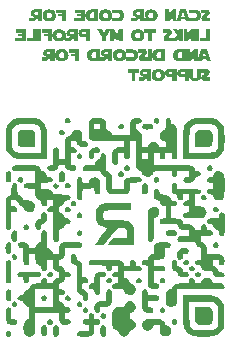
<source format=gbr>
%TF.GenerationSoftware,KiCad,Pcbnew,9.0.2*%
%TF.CreationDate,2025-07-08T22:51:12-04:00*%
%TF.ProjectId,Wireless3.0,57697265-6c65-4737-9333-2e302e6b6963,rev?*%
%TF.SameCoordinates,Original*%
%TF.FileFunction,Legend,Bot*%
%TF.FilePolarity,Positive*%
%FSLAX46Y46*%
G04 Gerber Fmt 4.6, Leading zero omitted, Abs format (unit mm)*
G04 Created by KiCad (PCBNEW 9.0.2) date 2025-07-08 22:51:12*
%MOMM*%
%LPD*%
G01*
G04 APERTURE LIST*
%ADD10C,0.250000*%
%ADD11C,0.000000*%
G04 APERTURE END LIST*
D10*
G36*
X164178489Y-69098304D02*
G01*
X164421144Y-69098304D01*
X164479790Y-69100663D01*
X164508128Y-69109051D01*
X164519341Y-69120096D01*
X164520123Y-69134466D01*
X164507881Y-69156467D01*
X164471763Y-69191727D01*
X164396491Y-69264170D01*
X164339977Y-69331930D01*
X164299449Y-69395627D01*
X164272620Y-69455991D01*
X164257761Y-69513866D01*
X164253777Y-69570181D01*
X164261107Y-69627845D01*
X164279252Y-69675147D01*
X164307796Y-69714287D01*
X164347798Y-69746540D01*
X164401658Y-69772088D01*
X164472862Y-69790000D01*
X165000000Y-69790000D01*
X165000000Y-69493000D01*
X164790256Y-69493000D01*
X164726112Y-69490197D01*
X164695728Y-69480914D01*
X164684137Y-69468839D01*
X164684066Y-69452999D01*
X164699126Y-69428393D01*
X164742323Y-69388647D01*
X164823770Y-69305934D01*
X164881554Y-69231090D01*
X164919776Y-69162952D01*
X164941739Y-69100239D01*
X164949800Y-69041557D01*
X164945228Y-68985464D01*
X164928044Y-68926865D01*
X164903168Y-68881751D01*
X164871022Y-68847542D01*
X164830912Y-68822713D01*
X164781123Y-68806972D01*
X164719120Y-68801304D01*
X164178489Y-68801304D01*
X164178489Y-69098304D01*
G37*
G36*
X163516835Y-69493000D02*
G01*
X163205914Y-69493000D01*
X163205914Y-69790000D01*
X163645368Y-69790000D01*
X163751543Y-69783368D01*
X163848246Y-69764119D01*
X163936810Y-69732847D01*
X163999232Y-69700254D01*
X164053826Y-69660976D01*
X164101346Y-69614827D01*
X164142280Y-69561327D01*
X164174293Y-69502892D01*
X164197734Y-69437515D01*
X164212350Y-69364090D01*
X164217445Y-69281303D01*
X164212205Y-69204810D01*
X164197045Y-69135934D01*
X164172444Y-69073513D01*
X164138412Y-69015693D01*
X164097026Y-68965229D01*
X164047880Y-68921472D01*
X163992773Y-68884825D01*
X163932045Y-68854698D01*
X163865064Y-68831102D01*
X163795685Y-68814714D01*
X163722598Y-68804708D01*
X163645368Y-68801304D01*
X163374685Y-68801304D01*
X163205914Y-68801304D01*
X163205914Y-69098304D01*
X163516835Y-69098304D01*
X163613825Y-69100113D01*
X163670403Y-69104410D01*
X163718461Y-69112805D01*
X163758757Y-69124743D01*
X163794663Y-69143837D01*
X163827084Y-69174019D01*
X163842415Y-69199385D01*
X163854435Y-69239065D01*
X163861461Y-69298400D01*
X163855173Y-69355670D01*
X163843179Y-69395411D01*
X163827084Y-69422109D01*
X163792442Y-69453036D01*
X163751308Y-69471324D01*
X163705992Y-69481593D01*
X163658801Y-69488237D01*
X163516835Y-69493000D01*
G37*
G36*
X163265631Y-69790000D02*
G01*
X162907388Y-69790000D01*
X162845228Y-69610237D01*
X162554762Y-69610237D01*
X162492541Y-69790000D01*
X162115186Y-69790000D01*
X162243087Y-69407027D01*
X162564227Y-69407027D01*
X162830818Y-69407027D01*
X162692210Y-69023871D01*
X162564227Y-69407027D01*
X162243087Y-69407027D01*
X162446685Y-68797397D01*
X162939628Y-68797397D01*
X163265631Y-69790000D01*
G37*
G36*
X162133565Y-69790000D02*
G01*
X162133565Y-68797397D01*
X161809394Y-68797397D01*
X161518318Y-69163456D01*
X161518318Y-68797397D01*
X161193169Y-68797397D01*
X161193169Y-69790000D01*
X161517280Y-69790000D01*
X161808356Y-69423941D01*
X161808356Y-69790000D01*
X162133565Y-69790000D01*
G37*
G36*
X160080681Y-68794650D02*
G01*
X160163824Y-68808705D01*
X160230486Y-68826767D01*
X160293992Y-68852760D01*
X160349975Y-68885634D01*
X160399258Y-68925441D01*
X160442243Y-68971955D01*
X160477608Y-69023518D01*
X160505687Y-69080657D01*
X160525215Y-69141324D01*
X160537662Y-69212091D01*
X160542079Y-69294614D01*
X160537931Y-69375275D01*
X160526050Y-69447041D01*
X160507091Y-69511013D01*
X160479629Y-69571466D01*
X160445123Y-69624530D01*
X160403410Y-69670992D01*
X160355029Y-69710620D01*
X160300057Y-69743388D01*
X160237691Y-69769361D01*
X160172199Y-69787440D01*
X160097938Y-69799747D01*
X160013782Y-69805631D01*
X159424607Y-69788534D01*
X159424607Y-69491229D01*
X159455382Y-69491229D01*
X159499632Y-69492719D01*
X159516184Y-69484592D01*
X159518831Y-69469771D01*
X159503864Y-69440427D01*
X159476416Y-69395181D01*
X159455153Y-69343576D01*
X159446196Y-69308047D01*
X159755922Y-69308047D01*
X159762540Y-69375437D01*
X159774241Y-69443907D01*
X159783365Y-69463736D01*
X159802717Y-69479602D01*
X159836628Y-69491488D01*
X159891964Y-69497255D01*
X159977451Y-69493183D01*
X159977451Y-69541910D01*
X160038956Y-69536625D01*
X160084706Y-69522455D01*
X160118374Y-69500958D01*
X160142498Y-69472240D01*
X160165561Y-69424135D01*
X160179797Y-69369839D01*
X160184752Y-69308047D01*
X160179566Y-69240408D01*
X160165471Y-69187967D01*
X160143943Y-69147565D01*
X160115386Y-69116828D01*
X160079084Y-69094385D01*
X160033304Y-69080052D01*
X159975497Y-69074856D01*
X159908249Y-69080347D01*
X159859608Y-69094860D01*
X159825041Y-69116487D01*
X159801352Y-69144893D01*
X159778354Y-69193090D01*
X159763092Y-69247120D01*
X159755922Y-69308047D01*
X159446196Y-69308047D01*
X159440300Y-69284661D01*
X159442126Y-69182143D01*
X159455196Y-69100060D01*
X159477461Y-69034722D01*
X159507711Y-68983021D01*
X159548396Y-68935702D01*
X159594140Y-68895996D01*
X159645340Y-68863398D01*
X159702616Y-68837697D01*
X159783273Y-68813169D01*
X159874675Y-68795580D01*
X159978183Y-68785673D01*
X160080681Y-68794650D01*
G37*
G36*
X159388276Y-69790000D02*
G01*
X159027529Y-69790000D01*
X159027529Y-69466866D01*
X158717280Y-69790000D01*
X158324842Y-69790000D01*
X158324842Y-69493000D01*
X158621109Y-69493000D01*
X158692489Y-69401531D01*
X158618838Y-69379647D01*
X158561739Y-69354345D01*
X158518283Y-69326304D01*
X158480848Y-69291138D01*
X158452165Y-69251294D01*
X158431577Y-69206137D01*
X158421403Y-69157531D01*
X158421320Y-69138604D01*
X158714959Y-69138604D01*
X158719136Y-69176946D01*
X158727634Y-69199306D01*
X158738895Y-69211205D01*
X158761484Y-69222170D01*
X158780661Y-69225432D01*
X159027529Y-69225432D01*
X159027529Y-69047501D01*
X158781332Y-69047501D01*
X158765310Y-69051209D01*
X158742009Y-69065209D01*
X158729723Y-69079064D01*
X158720325Y-69102197D01*
X158714959Y-69138604D01*
X158421320Y-69138604D01*
X158421112Y-69091192D01*
X158434263Y-69001828D01*
X158462978Y-68946449D01*
X158500412Y-68899802D01*
X158547165Y-68860900D01*
X158600761Y-68831588D01*
X158665549Y-68810130D01*
X158743719Y-68797397D01*
X159388276Y-68797397D01*
X159388276Y-69790000D01*
G37*
G36*
X157014113Y-69493000D02*
G01*
X156703192Y-69493000D01*
X156703192Y-69790000D01*
X157142646Y-69790000D01*
X157248821Y-69783368D01*
X157345524Y-69764119D01*
X157434089Y-69732847D01*
X157496510Y-69700254D01*
X157551104Y-69660976D01*
X157598625Y-69614827D01*
X157639558Y-69561327D01*
X157671571Y-69502892D01*
X157695013Y-69437515D01*
X157709628Y-69364090D01*
X157714724Y-69281303D01*
X157709484Y-69204810D01*
X157694324Y-69135934D01*
X157669722Y-69073513D01*
X157635690Y-69015693D01*
X157594305Y-68965229D01*
X157545158Y-68921472D01*
X157490052Y-68884825D01*
X157429324Y-68854698D01*
X157362342Y-68831102D01*
X157292964Y-68814714D01*
X157219876Y-68804708D01*
X157142646Y-68801304D01*
X156871964Y-68801304D01*
X156703192Y-68801304D01*
X156703192Y-69098304D01*
X157014113Y-69098304D01*
X157111104Y-69100113D01*
X157167681Y-69104410D01*
X157215739Y-69112805D01*
X157256036Y-69124743D01*
X157291941Y-69143837D01*
X157324363Y-69174019D01*
X157339693Y-69199385D01*
X157351714Y-69239065D01*
X157358740Y-69298400D01*
X157352451Y-69355670D01*
X157340458Y-69395411D01*
X157324363Y-69422109D01*
X157289720Y-69453036D01*
X157248586Y-69471324D01*
X157203270Y-69481593D01*
X157156079Y-69488237D01*
X157014113Y-69493000D01*
G37*
G36*
X156223380Y-68793524D02*
G01*
X156302782Y-68804831D01*
X156373953Y-68822859D01*
X156442134Y-68849190D01*
X156501260Y-68881857D01*
X156552372Y-68920739D01*
X156596784Y-68966826D01*
X156633537Y-69019573D01*
X156662892Y-69079741D01*
X156683311Y-69143740D01*
X156696136Y-69216160D01*
X156700628Y-69298278D01*
X156696118Y-69380649D01*
X156683217Y-69453602D01*
X156662632Y-69518360D01*
X156634743Y-69575982D01*
X156598192Y-69628988D01*
X156554151Y-69674983D01*
X156502027Y-69714475D01*
X156440875Y-69747623D01*
X156353686Y-69778847D01*
X156252442Y-69798632D01*
X156134717Y-69805631D01*
X156016977Y-69798683D01*
X155915511Y-69779028D01*
X155827948Y-69747990D01*
X155766490Y-69714991D01*
X155713777Y-69675439D01*
X155668911Y-69629155D01*
X155631332Y-69575615D01*
X155602419Y-69517367D01*
X155581181Y-69452421D01*
X155567928Y-69379778D01*
X155563515Y-69301880D01*
X155917219Y-69301880D01*
X155923587Y-69366107D01*
X155933155Y-69415758D01*
X155944532Y-69445080D01*
X155963922Y-69472832D01*
X155992690Y-69499473D01*
X156026546Y-69518446D01*
X156073256Y-69531186D01*
X156136732Y-69535987D01*
X156199324Y-69530663D01*
X156245675Y-69516422D01*
X156279596Y-69494882D01*
X156303733Y-69466195D01*
X156326831Y-69418047D01*
X156341087Y-69363710D01*
X156346048Y-69301880D01*
X156340844Y-69233662D01*
X156326706Y-69180807D01*
X156305128Y-69140122D01*
X156276531Y-69109201D01*
X156240218Y-69086647D01*
X156194465Y-69072255D01*
X156136732Y-69067041D01*
X156069532Y-69072536D01*
X156020899Y-69087068D01*
X155986311Y-69108731D01*
X155962587Y-69137199D01*
X155939645Y-69185455D01*
X155924382Y-69239968D01*
X155917219Y-69301880D01*
X155563515Y-69301880D01*
X155563311Y-69298278D01*
X155567931Y-69216800D01*
X155581189Y-69144232D01*
X155602427Y-69079403D01*
X155631332Y-69021306D01*
X155668872Y-68967909D01*
X155713769Y-68921543D01*
X155766595Y-68881714D01*
X155828253Y-68848260D01*
X155916109Y-68816618D01*
X156017492Y-68796631D01*
X156134717Y-68789581D01*
X156223380Y-68793524D01*
G37*
G36*
X155520446Y-69790000D02*
G01*
X154952520Y-69790000D01*
X154862029Y-69787803D01*
X154787554Y-69778210D01*
X154726657Y-69762522D01*
X154668304Y-69738978D01*
X154617664Y-69710507D01*
X154573883Y-69677220D01*
X154536076Y-69637533D01*
X154502589Y-69588074D01*
X154473560Y-69527316D01*
X154452622Y-69463030D01*
X154437223Y-69386922D01*
X154428253Y-69297178D01*
X154428408Y-69294309D01*
X154805425Y-69294309D01*
X154813165Y-69367566D01*
X154824081Y-69415420D01*
X154836627Y-69444823D01*
X154864647Y-69482898D01*
X154899520Y-69513211D01*
X154926458Y-69527469D01*
X154959772Y-69536599D01*
X155001003Y-69539895D01*
X155187055Y-69539895D01*
X155187055Y-69047501D01*
X155002407Y-69047501D01*
X154960214Y-69050794D01*
X154925977Y-69059925D01*
X154898176Y-69074185D01*
X154862329Y-69105489D01*
X154832903Y-69148007D01*
X154819851Y-69180640D01*
X154810168Y-69227925D01*
X154805425Y-69294309D01*
X154428408Y-69294309D01*
X154433519Y-69199993D01*
X154447934Y-69121829D01*
X154469836Y-69059408D01*
X154500990Y-69000793D01*
X154535702Y-68952888D01*
X154573883Y-68914328D01*
X154617539Y-68881734D01*
X154668275Y-68853252D01*
X154726962Y-68829026D01*
X154788122Y-68811949D01*
X154857454Y-68801177D01*
X154936095Y-68797397D01*
X155520446Y-68797397D01*
X155520446Y-69790000D01*
G37*
G36*
X154385205Y-69790000D02*
G01*
X154385205Y-68801304D01*
X153534996Y-68801304D01*
X153534996Y-69098304D01*
X154059996Y-69098304D01*
X154059996Y-69207725D01*
X153720987Y-69207725D01*
X153720987Y-69383579D01*
X154059996Y-69383579D01*
X154059996Y-69493000D01*
X153451648Y-69493000D01*
X153451648Y-69790000D01*
X154385205Y-69790000D01*
G37*
G36*
X152807397Y-69790000D02*
G01*
X152807397Y-68801304D01*
X151957187Y-68801304D01*
X151957187Y-69098304D01*
X152482187Y-69098304D01*
X152482187Y-69207725D01*
X152143178Y-69207725D01*
X152143178Y-69383579D01*
X152482187Y-69383579D01*
X152482187Y-69790000D01*
X152807397Y-69790000D01*
G37*
G36*
X151456737Y-68793524D02*
G01*
X151536139Y-68804831D01*
X151607309Y-68822859D01*
X151675491Y-68849190D01*
X151734616Y-68881857D01*
X151785729Y-68920739D01*
X151830140Y-68966826D01*
X151866893Y-69019573D01*
X151896249Y-69079741D01*
X151916668Y-69143740D01*
X151929492Y-69216160D01*
X151933984Y-69298278D01*
X151929475Y-69380649D01*
X151916574Y-69453602D01*
X151895989Y-69518360D01*
X151868100Y-69575982D01*
X151831549Y-69628988D01*
X151787508Y-69674983D01*
X151735383Y-69714475D01*
X151674232Y-69747623D01*
X151587043Y-69778847D01*
X151485799Y-69798632D01*
X151368073Y-69805631D01*
X151250333Y-69798683D01*
X151148868Y-69779028D01*
X151061304Y-69747990D01*
X150999847Y-69714991D01*
X150947133Y-69675439D01*
X150902268Y-69629155D01*
X150864689Y-69575615D01*
X150835776Y-69517367D01*
X150814538Y-69452421D01*
X150801284Y-69379778D01*
X150796871Y-69301880D01*
X151150575Y-69301880D01*
X151156944Y-69366107D01*
X151166512Y-69415758D01*
X151177889Y-69445080D01*
X151197279Y-69472832D01*
X151226046Y-69499473D01*
X151259902Y-69518446D01*
X151306612Y-69531186D01*
X151370088Y-69535987D01*
X151432681Y-69530663D01*
X151479031Y-69516422D01*
X151512953Y-69494882D01*
X151537090Y-69466195D01*
X151560187Y-69418047D01*
X151574444Y-69363710D01*
X151579405Y-69301880D01*
X151574201Y-69233662D01*
X151560063Y-69180807D01*
X151538484Y-69140122D01*
X151509888Y-69109201D01*
X151473575Y-69086647D01*
X151427822Y-69072255D01*
X151370088Y-69067041D01*
X151302889Y-69072536D01*
X151254256Y-69087068D01*
X151219668Y-69108731D01*
X151195943Y-69137199D01*
X151173002Y-69185455D01*
X151157739Y-69239968D01*
X151150575Y-69301880D01*
X150796871Y-69301880D01*
X150796667Y-69298278D01*
X150801287Y-69216800D01*
X150814545Y-69144232D01*
X150835783Y-69079403D01*
X150864689Y-69021306D01*
X150902229Y-68967909D01*
X150947125Y-68921543D01*
X150999952Y-68881714D01*
X151061610Y-68848260D01*
X151149465Y-68816618D01*
X151250849Y-68796631D01*
X151368073Y-68789581D01*
X151456737Y-68793524D01*
G37*
G36*
X150753803Y-69790000D02*
G01*
X150393056Y-69790000D01*
X150393056Y-69466866D01*
X150082807Y-69790000D01*
X149690369Y-69790000D01*
X149690369Y-69493000D01*
X149986636Y-69493000D01*
X150058016Y-69401531D01*
X149984365Y-69379647D01*
X149927266Y-69354345D01*
X149883810Y-69326304D01*
X149846375Y-69291138D01*
X149817692Y-69251294D01*
X149797103Y-69206137D01*
X149786930Y-69157531D01*
X149786847Y-69138604D01*
X150080486Y-69138604D01*
X150084663Y-69176946D01*
X150093161Y-69199306D01*
X150104422Y-69211205D01*
X150127011Y-69222170D01*
X150146188Y-69225432D01*
X150393056Y-69225432D01*
X150393056Y-69047501D01*
X150146859Y-69047501D01*
X150130837Y-69051209D01*
X150107536Y-69065209D01*
X150095250Y-69079064D01*
X150085852Y-69102197D01*
X150080486Y-69138604D01*
X149786847Y-69138604D01*
X149786638Y-69091192D01*
X149799790Y-69001828D01*
X149828505Y-68946449D01*
X149865939Y-68899802D01*
X149912691Y-68860900D01*
X149966288Y-68831588D01*
X150031076Y-68810130D01*
X150109246Y-68797397D01*
X150753803Y-68797397D01*
X150753803Y-69790000D01*
G37*
G36*
X164958967Y-71470000D02*
G01*
X164958967Y-70477397D01*
X164633757Y-70477397D01*
X164633757Y-71173000D01*
X164099232Y-71173000D01*
X164099232Y-71470000D01*
X164958967Y-71470000D01*
G37*
G36*
X164075785Y-70477397D02*
G01*
X163750575Y-70477397D01*
X163750575Y-71470000D01*
X164075785Y-71470000D01*
X164075785Y-70477397D01*
G37*
G36*
X163686950Y-71470000D02*
G01*
X163686950Y-70477397D01*
X163362779Y-70477397D01*
X163071702Y-70843456D01*
X163071702Y-70477397D01*
X162746554Y-70477397D01*
X162746554Y-71470000D01*
X163070664Y-71470000D01*
X163361741Y-71103941D01*
X163361741Y-71470000D01*
X163686950Y-71470000D01*
G37*
G36*
X162384769Y-70477397D02*
G01*
X162384769Y-70794485D01*
X162162203Y-70477397D01*
X161835956Y-70477397D01*
X162205129Y-70974553D01*
X162042646Y-71173000D01*
X161746318Y-71173000D01*
X161746318Y-71470000D01*
X162138817Y-71470000D01*
X162384769Y-71179412D01*
X162384769Y-71470000D01*
X162709979Y-71470000D01*
X162709979Y-70477397D01*
X162384769Y-70477397D01*
G37*
G36*
X160970115Y-70778304D02*
G01*
X161212770Y-70778304D01*
X161271416Y-70780663D01*
X161299754Y-70789051D01*
X161310967Y-70800096D01*
X161311749Y-70814466D01*
X161299507Y-70836467D01*
X161263389Y-70871727D01*
X161188117Y-70944170D01*
X161131602Y-71011930D01*
X161091075Y-71075627D01*
X161064246Y-71135991D01*
X161049387Y-71193866D01*
X161045403Y-71250181D01*
X161052733Y-71307845D01*
X161070878Y-71355147D01*
X161099422Y-71394287D01*
X161139424Y-71426540D01*
X161193284Y-71452088D01*
X161264488Y-71470000D01*
X161791625Y-71470000D01*
X161791625Y-71173000D01*
X161581882Y-71173000D01*
X161517738Y-71170197D01*
X161487354Y-71160914D01*
X161475762Y-71148839D01*
X161475692Y-71132999D01*
X161490752Y-71108393D01*
X161533949Y-71068647D01*
X161615396Y-70985934D01*
X161673180Y-70911090D01*
X161711402Y-70842952D01*
X161733365Y-70780239D01*
X161741426Y-70721557D01*
X161736854Y-70665464D01*
X161719670Y-70606865D01*
X161694794Y-70561751D01*
X161662648Y-70527542D01*
X161622538Y-70502713D01*
X161572749Y-70486972D01*
X161510746Y-70481304D01*
X160970115Y-70481304D01*
X160970115Y-70778304D01*
G37*
G36*
X159422653Y-70481304D02*
G01*
X159422653Y-70778304D01*
X159735772Y-70778304D01*
X159735772Y-71470000D01*
X160060921Y-71470000D01*
X160060921Y-70778304D01*
X160374040Y-70778304D01*
X160374040Y-70481304D01*
X159422653Y-70481304D01*
G37*
G36*
X158950107Y-70473524D02*
G01*
X159029509Y-70484831D01*
X159100680Y-70502859D01*
X159168861Y-70529190D01*
X159227987Y-70561857D01*
X159279099Y-70600739D01*
X159323511Y-70646826D01*
X159360264Y-70699573D01*
X159389619Y-70759741D01*
X159410038Y-70823740D01*
X159422863Y-70896160D01*
X159427355Y-70978278D01*
X159422845Y-71060649D01*
X159409944Y-71133602D01*
X159389360Y-71198360D01*
X159361470Y-71255982D01*
X159324919Y-71308988D01*
X159280879Y-71354983D01*
X159228754Y-71394475D01*
X159167602Y-71427623D01*
X159080413Y-71458847D01*
X158979169Y-71478632D01*
X158861444Y-71485631D01*
X158743704Y-71478683D01*
X158642239Y-71459028D01*
X158554675Y-71427990D01*
X158493217Y-71394991D01*
X158440504Y-71355439D01*
X158395638Y-71309155D01*
X158358060Y-71255615D01*
X158329146Y-71197367D01*
X158307908Y-71132421D01*
X158294655Y-71059778D01*
X158290242Y-70981880D01*
X158643946Y-70981880D01*
X158650314Y-71046107D01*
X158659883Y-71095758D01*
X158671259Y-71125080D01*
X158690650Y-71152832D01*
X158719417Y-71179473D01*
X158753273Y-71198446D01*
X158799983Y-71211186D01*
X158863459Y-71215987D01*
X158926051Y-71210663D01*
X158972402Y-71196422D01*
X159006323Y-71174882D01*
X159030460Y-71146195D01*
X159053558Y-71098047D01*
X159067814Y-71043710D01*
X159072775Y-70981880D01*
X159067571Y-70913662D01*
X159053433Y-70860807D01*
X159031855Y-70820122D01*
X159003258Y-70789201D01*
X158966945Y-70766647D01*
X158921192Y-70752255D01*
X158863459Y-70747041D01*
X158796260Y-70752536D01*
X158747626Y-70767068D01*
X158713039Y-70788731D01*
X158689314Y-70817199D01*
X158666372Y-70865455D01*
X158651109Y-70919968D01*
X158643946Y-70981880D01*
X158290242Y-70981880D01*
X158290038Y-70978278D01*
X158294658Y-70896800D01*
X158307916Y-70824232D01*
X158329154Y-70759403D01*
X158358060Y-70701306D01*
X158395600Y-70647909D01*
X158440496Y-70601543D01*
X158493322Y-70561714D01*
X158554980Y-70528260D01*
X158642836Y-70496618D01*
X158744219Y-70476631D01*
X158861444Y-70469581D01*
X158950107Y-70473524D01*
G37*
G36*
X157612142Y-71470000D02*
G01*
X157612142Y-70477397D01*
X157287726Y-70477397D01*
X157072854Y-70885954D01*
X156859385Y-70477397D01*
X156535031Y-70477397D01*
X156535031Y-71470000D01*
X156860179Y-71470000D01*
X156860179Y-71065472D01*
X157063450Y-71470000D01*
X157083661Y-71470000D01*
X157286933Y-71065472D01*
X157286933Y-71470000D01*
X157612142Y-71470000D01*
G37*
G36*
X155411270Y-70477397D02*
G01*
X155843702Y-71105772D01*
X155843702Y-71470000D01*
X156170254Y-71470000D01*
X156170254Y-71105772D01*
X156602686Y-70477397D01*
X156208295Y-70477397D01*
X156008382Y-70781174D01*
X155805661Y-70477397D01*
X155411270Y-70477397D01*
G37*
G36*
X154816050Y-71470000D02*
G01*
X154455303Y-71470000D01*
X154455303Y-71145645D01*
X154148168Y-71145645D01*
X154067943Y-71127185D01*
X154002813Y-71099535D01*
X153950209Y-71063457D01*
X153902886Y-71018189D01*
X153874258Y-70981456D01*
X153859412Y-70951472D01*
X153845736Y-70901807D01*
X153837369Y-70847730D01*
X153838442Y-70819520D01*
X154142733Y-70819520D01*
X154146918Y-70858296D01*
X154155424Y-70880870D01*
X154166669Y-70892854D01*
X154189268Y-70903963D01*
X154208435Y-70907264D01*
X154455303Y-70907264D01*
X154455303Y-70727501D01*
X154209106Y-70727501D01*
X154193091Y-70731231D01*
X154169783Y-70745331D01*
X154157512Y-70759306D01*
X154148108Y-70782683D01*
X154142733Y-70819520D01*
X153838442Y-70819520D01*
X153839703Y-70786384D01*
X153862037Y-70682072D01*
X153889458Y-70625123D01*
X153926403Y-70578055D01*
X153973534Y-70539617D01*
X154027927Y-70510977D01*
X154093227Y-70489956D01*
X154171493Y-70477397D01*
X154816050Y-70477397D01*
X154816050Y-71470000D01*
G37*
G36*
X153790230Y-71470000D02*
G01*
X153429483Y-71470000D01*
X153429483Y-71146866D01*
X153119234Y-71470000D01*
X152726796Y-71470000D01*
X152726796Y-71173000D01*
X153023063Y-71173000D01*
X153094443Y-71081531D01*
X153020792Y-71059647D01*
X152963693Y-71034345D01*
X152920237Y-71006304D01*
X152882802Y-70971138D01*
X152854119Y-70931294D01*
X152833531Y-70886137D01*
X152823357Y-70837531D01*
X152823274Y-70818604D01*
X153116913Y-70818604D01*
X153121090Y-70856946D01*
X153129588Y-70879306D01*
X153140849Y-70891205D01*
X153163438Y-70902170D01*
X153182615Y-70905432D01*
X153429483Y-70905432D01*
X153429483Y-70727501D01*
X153183286Y-70727501D01*
X153167264Y-70731209D01*
X153143963Y-70745209D01*
X153131677Y-70759064D01*
X153122279Y-70782197D01*
X153116913Y-70818604D01*
X152823274Y-70818604D01*
X152823065Y-70771192D01*
X152836217Y-70681828D01*
X152864932Y-70626449D01*
X152902366Y-70579802D01*
X152949118Y-70540900D01*
X153002715Y-70511588D01*
X153067503Y-70490130D01*
X153145673Y-70477397D01*
X153790230Y-70477397D01*
X153790230Y-71470000D01*
G37*
G36*
X152288140Y-70473524D02*
G01*
X152367541Y-70484831D01*
X152438712Y-70502859D01*
X152506893Y-70529190D01*
X152566019Y-70561857D01*
X152617131Y-70600739D01*
X152661543Y-70646826D01*
X152698296Y-70699573D01*
X152727651Y-70759741D01*
X152748070Y-70823740D01*
X152760895Y-70896160D01*
X152765387Y-70978278D01*
X152760877Y-71060649D01*
X152747976Y-71133602D01*
X152727392Y-71198360D01*
X152699502Y-71255982D01*
X152662951Y-71308988D01*
X152618911Y-71354983D01*
X152566786Y-71394475D01*
X152505635Y-71427623D01*
X152418446Y-71458847D01*
X152317201Y-71478632D01*
X152199476Y-71485631D01*
X152081736Y-71478683D01*
X151980271Y-71459028D01*
X151892707Y-71427990D01*
X151831249Y-71394991D01*
X151778536Y-71355439D01*
X151733670Y-71309155D01*
X151696092Y-71255615D01*
X151667179Y-71197367D01*
X151645941Y-71132421D01*
X151632687Y-71059778D01*
X151628274Y-70981880D01*
X151981978Y-70981880D01*
X151988346Y-71046107D01*
X151997915Y-71095758D01*
X152009291Y-71125080D01*
X152028682Y-71152832D01*
X152057449Y-71179473D01*
X152091305Y-71198446D01*
X152138015Y-71211186D01*
X152201491Y-71215987D01*
X152264083Y-71210663D01*
X152310434Y-71196422D01*
X152344355Y-71174882D01*
X152368492Y-71146195D01*
X152391590Y-71098047D01*
X152405846Y-71043710D01*
X152410807Y-70981880D01*
X152405603Y-70913662D01*
X152391465Y-70860807D01*
X152369887Y-70820122D01*
X152341290Y-70789201D01*
X152304977Y-70766647D01*
X152259224Y-70752255D01*
X152201491Y-70747041D01*
X152134292Y-70752536D01*
X152085658Y-70767068D01*
X152051071Y-70788731D01*
X152027346Y-70817199D01*
X152004404Y-70865455D01*
X151989141Y-70919968D01*
X151981978Y-70981880D01*
X151628274Y-70981880D01*
X151628070Y-70978278D01*
X151632690Y-70896800D01*
X151645948Y-70824232D01*
X151667186Y-70759403D01*
X151696092Y-70701306D01*
X151733632Y-70647909D01*
X151778528Y-70601543D01*
X151831355Y-70561714D01*
X151893012Y-70528260D01*
X151980868Y-70496618D01*
X152082252Y-70476631D01*
X152199476Y-70469581D01*
X152288140Y-70473524D01*
G37*
G36*
X151585205Y-71470000D02*
G01*
X151585205Y-70481304D01*
X150734996Y-70481304D01*
X150734996Y-70778304D01*
X151259996Y-70778304D01*
X151259996Y-70887725D01*
X150920987Y-70887725D01*
X150920987Y-71063579D01*
X151259996Y-71063579D01*
X151259996Y-71470000D01*
X151585205Y-71470000D01*
G37*
G36*
X150691277Y-70477397D02*
G01*
X150366067Y-70477397D01*
X150366067Y-71470000D01*
X150691277Y-71470000D01*
X150691277Y-70477397D01*
G37*
G36*
X150302442Y-71470000D02*
G01*
X150302442Y-70477397D01*
X149977233Y-70477397D01*
X149977233Y-71173000D01*
X149442707Y-71173000D01*
X149442707Y-71470000D01*
X150302442Y-71470000D01*
G37*
G36*
X149405582Y-71470000D02*
G01*
X149405582Y-70481304D01*
X148555373Y-70481304D01*
X148555373Y-70778304D01*
X149080373Y-70778304D01*
X149080373Y-70887725D01*
X148741364Y-70887725D01*
X148741364Y-71063579D01*
X149080373Y-71063579D01*
X149080373Y-71173000D01*
X148472025Y-71173000D01*
X148472025Y-71470000D01*
X149405582Y-71470000D01*
G37*
G36*
X165055443Y-73150000D02*
G01*
X164697199Y-73150000D01*
X164635040Y-72970237D01*
X164344574Y-72970237D01*
X164282353Y-73150000D01*
X163904998Y-73150000D01*
X164032899Y-72767027D01*
X164354038Y-72767027D01*
X164620629Y-72767027D01*
X164482021Y-72383871D01*
X164354038Y-72767027D01*
X164032899Y-72767027D01*
X164236496Y-72157397D01*
X164729439Y-72157397D01*
X165055443Y-73150000D01*
G37*
G36*
X163923377Y-73150000D02*
G01*
X163923377Y-72157397D01*
X163599206Y-72157397D01*
X163308129Y-72523456D01*
X163308129Y-72157397D01*
X162982981Y-72157397D01*
X162982981Y-73150000D01*
X163307091Y-73150000D01*
X163598168Y-72783941D01*
X163598168Y-73150000D01*
X163923377Y-73150000D01*
G37*
G36*
X162946406Y-73150000D02*
G01*
X162378480Y-73150000D01*
X162287988Y-73147803D01*
X162213514Y-73138210D01*
X162152616Y-73122522D01*
X162094263Y-73098978D01*
X162043624Y-73070507D01*
X161999842Y-73037220D01*
X161962036Y-72997533D01*
X161928549Y-72948074D01*
X161899520Y-72887316D01*
X161878582Y-72823030D01*
X161863182Y-72746922D01*
X161854213Y-72657178D01*
X161854368Y-72654309D01*
X162231385Y-72654309D01*
X162239125Y-72727566D01*
X162250041Y-72775420D01*
X162262587Y-72804823D01*
X162290607Y-72842898D01*
X162325479Y-72873211D01*
X162352417Y-72887469D01*
X162385732Y-72896599D01*
X162426962Y-72899895D01*
X162613014Y-72899895D01*
X162613014Y-72407501D01*
X162428367Y-72407501D01*
X162386174Y-72410794D01*
X162351937Y-72419925D01*
X162324136Y-72434185D01*
X162288288Y-72465489D01*
X162258862Y-72508007D01*
X162245811Y-72540640D01*
X162236127Y-72587925D01*
X162231385Y-72654309D01*
X161854368Y-72654309D01*
X161859479Y-72559993D01*
X161873894Y-72481829D01*
X161895795Y-72419408D01*
X161926949Y-72360793D01*
X161961661Y-72312888D01*
X161999842Y-72274328D01*
X162043498Y-72241734D01*
X162094234Y-72213252D01*
X162152922Y-72189026D01*
X162214082Y-72171949D01*
X162283413Y-72161177D01*
X162362055Y-72157397D01*
X162946406Y-72157397D01*
X162946406Y-73150000D01*
G37*
G36*
X161162456Y-73150000D02*
G01*
X160594530Y-73150000D01*
X160504038Y-73147803D01*
X160429564Y-73138210D01*
X160368667Y-73122522D01*
X160310314Y-73098978D01*
X160259674Y-73070507D01*
X160215893Y-73037220D01*
X160178086Y-72997533D01*
X160144599Y-72948074D01*
X160115570Y-72887316D01*
X160094632Y-72823030D01*
X160079232Y-72746922D01*
X160070263Y-72657178D01*
X160070418Y-72654309D01*
X160447435Y-72654309D01*
X160455175Y-72727566D01*
X160466091Y-72775420D01*
X160478637Y-72804823D01*
X160506657Y-72842898D01*
X160541530Y-72873211D01*
X160568468Y-72887469D01*
X160601782Y-72896599D01*
X160643012Y-72899895D01*
X160829064Y-72899895D01*
X160829064Y-72407501D01*
X160644417Y-72407501D01*
X160602224Y-72410794D01*
X160567987Y-72419925D01*
X160540186Y-72434185D01*
X160504338Y-72465489D01*
X160474912Y-72508007D01*
X160461861Y-72540640D01*
X160452177Y-72587925D01*
X160447435Y-72654309D01*
X160070418Y-72654309D01*
X160075529Y-72559993D01*
X160089944Y-72481829D01*
X160111845Y-72419408D01*
X160143000Y-72360793D01*
X160177711Y-72312888D01*
X160215893Y-72274328D01*
X160259549Y-72241734D01*
X160310284Y-72213252D01*
X160368972Y-72189026D01*
X160430132Y-72171949D01*
X160499463Y-72161177D01*
X160578105Y-72157397D01*
X161162456Y-72157397D01*
X161162456Y-73150000D01*
G37*
G36*
X160040893Y-72157397D02*
G01*
X159715683Y-72157397D01*
X159715683Y-73150000D01*
X160040893Y-73150000D01*
X160040893Y-72157397D01*
G37*
G36*
X158871580Y-72458304D02*
G01*
X159114235Y-72458304D01*
X159172881Y-72460663D01*
X159201219Y-72469051D01*
X159212433Y-72480096D01*
X159213214Y-72494466D01*
X159200972Y-72516467D01*
X159164855Y-72551727D01*
X159089582Y-72624170D01*
X159033068Y-72691930D01*
X158992540Y-72755627D01*
X158965712Y-72815991D01*
X158950852Y-72873866D01*
X158946868Y-72930181D01*
X158954198Y-72987845D01*
X158972343Y-73035147D01*
X159000887Y-73074287D01*
X159040890Y-73106540D01*
X159094749Y-73132088D01*
X159165954Y-73150000D01*
X159693091Y-73150000D01*
X159693091Y-72853000D01*
X159483347Y-72853000D01*
X159419204Y-72850197D01*
X159388820Y-72840914D01*
X159377228Y-72828839D01*
X159377157Y-72812999D01*
X159392218Y-72788393D01*
X159435415Y-72748647D01*
X159516861Y-72665934D01*
X159574645Y-72591090D01*
X159612867Y-72522952D01*
X159634830Y-72460239D01*
X159642892Y-72401557D01*
X159638319Y-72345464D01*
X159621135Y-72286865D01*
X159596260Y-72241751D01*
X159564113Y-72207542D01*
X159524003Y-72182713D01*
X159474215Y-72166972D01*
X159412212Y-72161304D01*
X158871580Y-72161304D01*
X158871580Y-72458304D01*
G37*
G36*
X158209926Y-72853000D02*
G01*
X157899005Y-72853000D01*
X157899005Y-73150000D01*
X158338459Y-73150000D01*
X158444634Y-73143368D01*
X158541337Y-73124119D01*
X158629902Y-73092847D01*
X158692323Y-73060254D01*
X158746917Y-73020976D01*
X158794438Y-72974827D01*
X158835371Y-72921327D01*
X158867384Y-72862892D01*
X158890826Y-72797515D01*
X158905441Y-72724090D01*
X158910537Y-72641303D01*
X158905297Y-72564810D01*
X158890137Y-72495934D01*
X158865535Y-72433513D01*
X158831503Y-72375693D01*
X158790118Y-72325229D01*
X158740971Y-72281472D01*
X158685865Y-72244825D01*
X158625137Y-72214698D01*
X158558155Y-72191102D01*
X158488777Y-72174714D01*
X158415689Y-72164708D01*
X158338459Y-72161304D01*
X158067777Y-72161304D01*
X157899005Y-72161304D01*
X157899005Y-72458304D01*
X158209926Y-72458304D01*
X158306917Y-72460113D01*
X158363494Y-72464410D01*
X158411552Y-72472805D01*
X158451849Y-72484743D01*
X158487754Y-72503837D01*
X158520176Y-72534019D01*
X158535506Y-72559385D01*
X158547527Y-72599065D01*
X158554553Y-72658400D01*
X158548264Y-72715670D01*
X158536271Y-72755411D01*
X158520176Y-72782109D01*
X158485533Y-72813036D01*
X158444399Y-72831324D01*
X158399083Y-72841593D01*
X158351892Y-72848237D01*
X158209926Y-72853000D01*
G37*
G36*
X157419193Y-72153524D02*
G01*
X157498595Y-72164831D01*
X157569766Y-72182859D01*
X157637947Y-72209190D01*
X157697073Y-72241857D01*
X157748185Y-72280739D01*
X157792597Y-72326826D01*
X157829349Y-72379573D01*
X157858705Y-72439741D01*
X157879124Y-72503740D01*
X157891949Y-72576160D01*
X157896441Y-72658278D01*
X157891931Y-72740649D01*
X157879030Y-72813602D01*
X157858445Y-72878360D01*
X157830556Y-72935982D01*
X157794005Y-72988988D01*
X157749964Y-73034983D01*
X157697840Y-73074475D01*
X157636688Y-73107623D01*
X157549499Y-73138847D01*
X157448255Y-73158632D01*
X157330530Y-73165631D01*
X157212790Y-73158683D01*
X157111324Y-73139028D01*
X157023761Y-73107990D01*
X156962303Y-73074991D01*
X156909589Y-73035439D01*
X156864724Y-72989155D01*
X156827145Y-72935615D01*
X156798232Y-72877367D01*
X156776994Y-72812421D01*
X156763741Y-72739778D01*
X156759328Y-72661880D01*
X157113032Y-72661880D01*
X157119400Y-72726107D01*
X157128968Y-72775758D01*
X157140345Y-72805080D01*
X157159735Y-72832832D01*
X157188503Y-72859473D01*
X157222359Y-72878446D01*
X157269069Y-72891186D01*
X157332545Y-72895987D01*
X157395137Y-72890663D01*
X157441487Y-72876422D01*
X157475409Y-72854882D01*
X157499546Y-72826195D01*
X157522644Y-72778047D01*
X157536900Y-72723710D01*
X157541861Y-72661880D01*
X157536657Y-72593662D01*
X157522519Y-72540807D01*
X157500941Y-72500122D01*
X157472344Y-72469201D01*
X157436031Y-72446647D01*
X157390278Y-72432255D01*
X157332545Y-72427041D01*
X157265345Y-72432536D01*
X157216712Y-72447068D01*
X157182124Y-72468731D01*
X157158400Y-72497199D01*
X157135458Y-72545455D01*
X157120195Y-72599968D01*
X157113032Y-72661880D01*
X156759328Y-72661880D01*
X156759124Y-72658278D01*
X156763744Y-72576800D01*
X156777002Y-72504232D01*
X156798240Y-72439403D01*
X156827145Y-72381306D01*
X156864685Y-72327909D01*
X156909582Y-72281543D01*
X156962408Y-72241714D01*
X157024066Y-72208260D01*
X157111922Y-72176618D01*
X157213305Y-72156631D01*
X157330530Y-72149581D01*
X157419193Y-72153524D01*
G37*
G36*
X156716259Y-73150000D02*
G01*
X156355512Y-73150000D01*
X156355512Y-72826866D01*
X156045263Y-73150000D01*
X155652826Y-73150000D01*
X155652826Y-72853000D01*
X155949092Y-72853000D01*
X156020472Y-72761531D01*
X155946821Y-72739647D01*
X155889722Y-72714345D01*
X155846266Y-72686304D01*
X155808832Y-72651138D01*
X155780149Y-72611294D01*
X155759560Y-72566137D01*
X155749386Y-72517531D01*
X155749303Y-72498604D01*
X156042943Y-72498604D01*
X156047119Y-72536946D01*
X156055617Y-72559306D01*
X156066878Y-72571205D01*
X156089467Y-72582170D01*
X156108644Y-72585432D01*
X156355512Y-72585432D01*
X156355512Y-72407501D01*
X156109316Y-72407501D01*
X156093293Y-72411209D01*
X156069993Y-72425209D01*
X156057706Y-72439064D01*
X156048308Y-72462197D01*
X156042943Y-72498604D01*
X155749303Y-72498604D01*
X155749095Y-72451192D01*
X155762247Y-72361828D01*
X155790961Y-72306449D01*
X155828395Y-72259802D01*
X155875148Y-72220900D01*
X155928744Y-72191588D01*
X155993532Y-72170130D01*
X156071702Y-72157397D01*
X156716259Y-72157397D01*
X156716259Y-73150000D01*
G37*
G36*
X155657222Y-73150000D02*
G01*
X155089296Y-73150000D01*
X154998805Y-73147803D01*
X154924330Y-73138210D01*
X154863433Y-73122522D01*
X154805080Y-73098978D01*
X154754440Y-73070507D01*
X154710659Y-73037220D01*
X154672852Y-72997533D01*
X154639365Y-72948074D01*
X154610336Y-72887316D01*
X154589398Y-72823030D01*
X154573998Y-72746922D01*
X154565029Y-72657178D01*
X154565184Y-72654309D01*
X154942201Y-72654309D01*
X154949941Y-72727566D01*
X154960857Y-72775420D01*
X154973403Y-72804823D01*
X155001423Y-72842898D01*
X155036296Y-72873211D01*
X155063234Y-72887469D01*
X155096548Y-72896599D01*
X155137779Y-72899895D01*
X155323831Y-72899895D01*
X155323831Y-72407501D01*
X155139183Y-72407501D01*
X155096990Y-72410794D01*
X155062753Y-72419925D01*
X155034952Y-72434185D01*
X154999105Y-72465489D01*
X154969678Y-72508007D01*
X154956627Y-72540640D01*
X154946944Y-72587925D01*
X154942201Y-72654309D01*
X154565184Y-72654309D01*
X154570295Y-72559993D01*
X154584710Y-72481829D01*
X154606612Y-72419408D01*
X154637766Y-72360793D01*
X154672478Y-72312888D01*
X154710659Y-72274328D01*
X154754315Y-72241734D01*
X154805051Y-72213252D01*
X154863738Y-72189026D01*
X154924898Y-72171949D01*
X154994230Y-72161177D01*
X155072871Y-72157397D01*
X155657222Y-72157397D01*
X155657222Y-73150000D01*
G37*
G36*
X153873272Y-73150000D02*
G01*
X153873272Y-72161304D01*
X153023063Y-72161304D01*
X153023063Y-72458304D01*
X153548063Y-72458304D01*
X153548063Y-72567725D01*
X153209054Y-72567725D01*
X153209054Y-72743579D01*
X153548063Y-72743579D01*
X153548063Y-73150000D01*
X153873272Y-73150000D01*
G37*
G36*
X152522613Y-72153524D02*
G01*
X152602015Y-72164831D01*
X152673185Y-72182859D01*
X152741366Y-72209190D01*
X152800492Y-72241857D01*
X152851605Y-72280739D01*
X152896016Y-72326826D01*
X152932769Y-72379573D01*
X152962124Y-72439741D01*
X152982544Y-72503740D01*
X152995368Y-72576160D01*
X152999860Y-72658278D01*
X152995351Y-72740649D01*
X152982450Y-72813602D01*
X152961865Y-72878360D01*
X152933975Y-72935982D01*
X152897424Y-72988988D01*
X152853384Y-73034983D01*
X152801259Y-73074475D01*
X152740108Y-73107623D01*
X152652919Y-73138847D01*
X152551674Y-73158632D01*
X152433949Y-73165631D01*
X152316209Y-73158683D01*
X152214744Y-73139028D01*
X152127180Y-73107990D01*
X152065722Y-73074991D01*
X152013009Y-73035439D01*
X151968143Y-72989155D01*
X151930565Y-72935615D01*
X151901652Y-72877367D01*
X151880414Y-72812421D01*
X151867160Y-72739778D01*
X151862747Y-72661880D01*
X152216451Y-72661880D01*
X152222819Y-72726107D01*
X152232388Y-72775758D01*
X152243764Y-72805080D01*
X152263155Y-72832832D01*
X152291922Y-72859473D01*
X152325778Y-72878446D01*
X152372488Y-72891186D01*
X152435964Y-72895987D01*
X152498556Y-72890663D01*
X152544907Y-72876422D01*
X152578829Y-72854882D01*
X152602965Y-72826195D01*
X152626063Y-72778047D01*
X152640319Y-72723710D01*
X152645280Y-72661880D01*
X152640076Y-72593662D01*
X152625939Y-72540807D01*
X152604360Y-72500122D01*
X152575764Y-72469201D01*
X152539451Y-72446647D01*
X152493697Y-72432255D01*
X152435964Y-72427041D01*
X152368765Y-72432536D01*
X152320131Y-72447068D01*
X152285544Y-72468731D01*
X152261819Y-72497199D01*
X152238877Y-72545455D01*
X152223615Y-72599968D01*
X152216451Y-72661880D01*
X151862747Y-72661880D01*
X151862543Y-72658278D01*
X151867163Y-72576800D01*
X151880421Y-72504232D01*
X151901659Y-72439403D01*
X151930565Y-72381306D01*
X151968105Y-72327909D01*
X152013001Y-72281543D01*
X152065828Y-72241714D01*
X152127486Y-72208260D01*
X152215341Y-72176618D01*
X152316725Y-72156631D01*
X152433949Y-72149581D01*
X152522613Y-72153524D01*
G37*
G36*
X151819678Y-73150000D02*
G01*
X151458932Y-73150000D01*
X151458932Y-72826866D01*
X151148682Y-73150000D01*
X150756245Y-73150000D01*
X150756245Y-72853000D01*
X151052512Y-72853000D01*
X151123892Y-72761531D01*
X151050241Y-72739647D01*
X150993142Y-72714345D01*
X150949685Y-72686304D01*
X150912251Y-72651138D01*
X150883568Y-72611294D01*
X150862979Y-72566137D01*
X150852806Y-72517531D01*
X150852723Y-72498604D01*
X151146362Y-72498604D01*
X151150538Y-72536946D01*
X151159036Y-72559306D01*
X151170298Y-72571205D01*
X151192886Y-72582170D01*
X151212063Y-72585432D01*
X151458932Y-72585432D01*
X151458932Y-72407501D01*
X151212735Y-72407501D01*
X151196713Y-72411209D01*
X151173412Y-72425209D01*
X151161125Y-72439064D01*
X151151728Y-72462197D01*
X151146362Y-72498604D01*
X150852723Y-72498604D01*
X150852514Y-72451192D01*
X150865666Y-72361828D01*
X150894380Y-72306449D01*
X150931814Y-72259802D01*
X150978567Y-72220900D01*
X151032164Y-72191588D01*
X151096952Y-72170130D01*
X151175122Y-72157397D01*
X151819678Y-72157397D01*
X151819678Y-73150000D01*
G37*
G36*
X164178489Y-74138304D02*
G01*
X164421144Y-74138304D01*
X164479790Y-74140663D01*
X164508128Y-74149051D01*
X164519341Y-74160096D01*
X164520123Y-74174466D01*
X164507881Y-74196467D01*
X164471763Y-74231727D01*
X164396491Y-74304170D01*
X164339977Y-74371930D01*
X164299449Y-74435627D01*
X164272620Y-74495991D01*
X164257761Y-74553866D01*
X164253777Y-74610181D01*
X164261107Y-74667845D01*
X164279252Y-74715147D01*
X164307796Y-74754287D01*
X164347798Y-74786540D01*
X164401658Y-74812088D01*
X164472862Y-74830000D01*
X165000000Y-74830000D01*
X165000000Y-74533000D01*
X164790256Y-74533000D01*
X164726112Y-74530197D01*
X164695728Y-74520914D01*
X164684137Y-74508839D01*
X164684066Y-74492999D01*
X164699126Y-74468393D01*
X164742323Y-74428647D01*
X164823770Y-74345934D01*
X164881554Y-74271090D01*
X164919776Y-74202952D01*
X164941739Y-74140239D01*
X164949800Y-74081557D01*
X164945228Y-74025464D01*
X164928044Y-73966865D01*
X164903168Y-73921751D01*
X164871022Y-73887542D01*
X164830912Y-73862713D01*
X164781123Y-73846972D01*
X164719120Y-73841304D01*
X164178489Y-73841304D01*
X164178489Y-74138304D01*
G37*
G36*
X163892236Y-73837397D02*
G01*
X163892236Y-74424495D01*
X163888961Y-74489493D01*
X163875556Y-74533345D01*
X163854501Y-74562126D01*
X163824229Y-74582444D01*
X163781775Y-74596677D01*
X163723281Y-74603342D01*
X163676992Y-74597830D01*
X163637583Y-74583795D01*
X163603663Y-74561454D01*
X163578802Y-74530892D01*
X163563121Y-74486882D01*
X163558478Y-74424434D01*
X163558478Y-73837397D01*
X163233269Y-73837397D01*
X163233269Y-74420282D01*
X163239436Y-74502434D01*
X163253572Y-74567412D01*
X163274180Y-74618363D01*
X163302781Y-74665639D01*
X163335496Y-74706693D01*
X163372426Y-74742072D01*
X163413938Y-74771846D01*
X163463214Y-74797652D01*
X163521353Y-74819253D01*
X163613927Y-74840288D01*
X163720594Y-74849539D01*
X163811836Y-74842321D01*
X163906036Y-74824443D01*
X163967395Y-74805698D01*
X164022045Y-74781425D01*
X164070717Y-74751781D01*
X164114116Y-74715465D01*
X164150149Y-74673124D01*
X164179282Y-74624164D01*
X164199416Y-74570811D01*
X164212625Y-74504031D01*
X164217445Y-74420954D01*
X164217445Y-73837397D01*
X163892236Y-73837397D01*
G37*
G36*
X163189672Y-74830000D02*
G01*
X162828925Y-74830000D01*
X162828925Y-74505645D01*
X162521789Y-74505645D01*
X162441565Y-74487185D01*
X162376435Y-74459535D01*
X162323831Y-74423457D01*
X162276508Y-74378189D01*
X162247880Y-74341456D01*
X162233033Y-74311472D01*
X162219358Y-74261807D01*
X162210990Y-74207730D01*
X162212064Y-74179520D01*
X162516355Y-74179520D01*
X162520540Y-74218296D01*
X162529046Y-74240870D01*
X162540291Y-74252854D01*
X162562890Y-74263963D01*
X162582056Y-74267264D01*
X162828925Y-74267264D01*
X162828925Y-74087501D01*
X162582728Y-74087501D01*
X162566712Y-74091231D01*
X162543405Y-74105331D01*
X162531134Y-74119306D01*
X162521730Y-74142683D01*
X162516355Y-74179520D01*
X162212064Y-74179520D01*
X162213325Y-74146384D01*
X162235659Y-74042072D01*
X162263080Y-73985123D01*
X162300025Y-73938055D01*
X162347156Y-73899617D01*
X162401549Y-73870977D01*
X162466849Y-73849956D01*
X162545115Y-73837397D01*
X163189672Y-73837397D01*
X163189672Y-74830000D01*
G37*
G36*
X162163852Y-74830000D02*
G01*
X161803105Y-74830000D01*
X161803105Y-74505645D01*
X161495969Y-74505645D01*
X161415745Y-74487185D01*
X161350615Y-74459535D01*
X161298011Y-74423457D01*
X161250688Y-74378189D01*
X161222060Y-74341456D01*
X161207213Y-74311472D01*
X161193538Y-74261807D01*
X161185170Y-74207730D01*
X161186244Y-74179520D01*
X161490535Y-74179520D01*
X161494720Y-74218296D01*
X161503226Y-74240870D01*
X161514471Y-74252854D01*
X161537070Y-74263963D01*
X161556236Y-74267264D01*
X161803105Y-74267264D01*
X161803105Y-74087501D01*
X161556908Y-74087501D01*
X161540892Y-74091231D01*
X161517585Y-74105331D01*
X161505314Y-74119306D01*
X161495910Y-74142683D01*
X161490535Y-74179520D01*
X161186244Y-74179520D01*
X161187505Y-74146384D01*
X161209839Y-74042072D01*
X161237260Y-73985123D01*
X161274205Y-73938055D01*
X161321336Y-73899617D01*
X161375729Y-73870977D01*
X161441029Y-73849956D01*
X161519295Y-73837397D01*
X162163852Y-73837397D01*
X162163852Y-74830000D01*
G37*
G36*
X160694978Y-73833524D02*
G01*
X160774380Y-73844831D01*
X160845551Y-73862859D01*
X160913732Y-73889190D01*
X160972858Y-73921857D01*
X161023970Y-73960739D01*
X161068382Y-74006826D01*
X161105135Y-74059573D01*
X161134490Y-74119741D01*
X161154909Y-74183740D01*
X161167734Y-74256160D01*
X161172226Y-74338278D01*
X161167716Y-74420649D01*
X161154815Y-74493602D01*
X161134231Y-74558360D01*
X161106341Y-74615982D01*
X161069790Y-74668988D01*
X161025750Y-74714983D01*
X160973625Y-74754475D01*
X160912473Y-74787623D01*
X160825284Y-74818847D01*
X160724040Y-74838632D01*
X160606315Y-74845631D01*
X160488575Y-74838683D01*
X160387109Y-74819028D01*
X160299546Y-74787990D01*
X160238088Y-74754991D01*
X160185375Y-74715439D01*
X160140509Y-74669155D01*
X160102930Y-74615615D01*
X160074017Y-74557367D01*
X160052779Y-74492421D01*
X160039526Y-74419778D01*
X160035113Y-74341880D01*
X160388817Y-74341880D01*
X160395185Y-74406107D01*
X160404754Y-74455758D01*
X160416130Y-74485080D01*
X160435521Y-74512832D01*
X160464288Y-74539473D01*
X160498144Y-74558446D01*
X160544854Y-74571186D01*
X160608330Y-74575987D01*
X160670922Y-74570663D01*
X160717273Y-74556422D01*
X160751194Y-74534882D01*
X160775331Y-74506195D01*
X160798429Y-74458047D01*
X160812685Y-74403710D01*
X160817646Y-74341880D01*
X160812442Y-74273662D01*
X160798304Y-74220807D01*
X160776726Y-74180122D01*
X160748129Y-74149201D01*
X160711816Y-74126647D01*
X160666063Y-74112255D01*
X160608330Y-74107041D01*
X160541130Y-74112536D01*
X160492497Y-74127068D01*
X160457910Y-74148731D01*
X160434185Y-74177199D01*
X160411243Y-74225455D01*
X160395980Y-74279968D01*
X160388817Y-74341880D01*
X160035113Y-74341880D01*
X160034909Y-74338278D01*
X160039529Y-74256800D01*
X160052787Y-74184232D01*
X160074025Y-74119403D01*
X160102930Y-74061306D01*
X160140470Y-74007909D01*
X160185367Y-73961543D01*
X160238193Y-73921714D01*
X160299851Y-73888260D01*
X160387707Y-73856618D01*
X160489090Y-73836631D01*
X160606315Y-73829581D01*
X160694978Y-73833524D01*
G37*
G36*
X159992044Y-74830000D02*
G01*
X159631297Y-74830000D01*
X159631297Y-74506866D01*
X159321048Y-74830000D01*
X158928611Y-74830000D01*
X158928611Y-74533000D01*
X159224877Y-74533000D01*
X159296257Y-74441531D01*
X159222606Y-74419647D01*
X159165507Y-74394345D01*
X159122051Y-74366304D01*
X159084617Y-74331138D01*
X159055934Y-74291294D01*
X159035345Y-74246137D01*
X159025171Y-74197531D01*
X159025088Y-74178604D01*
X159318728Y-74178604D01*
X159322904Y-74216946D01*
X159331402Y-74239306D01*
X159342663Y-74251205D01*
X159365252Y-74262170D01*
X159384429Y-74265432D01*
X159631297Y-74265432D01*
X159631297Y-74087501D01*
X159385101Y-74087501D01*
X159369078Y-74091209D01*
X159345778Y-74105209D01*
X159333491Y-74119064D01*
X159324093Y-74142197D01*
X159318728Y-74178604D01*
X159025088Y-74178604D01*
X159024880Y-74131192D01*
X159038032Y-74041828D01*
X159066746Y-73986449D01*
X159104180Y-73939802D01*
X159150933Y-73900900D01*
X159204529Y-73871588D01*
X159269317Y-73850130D01*
X159347487Y-73837397D01*
X159992044Y-73837397D01*
X159992044Y-74830000D01*
G37*
G36*
X158029492Y-73841304D02*
G01*
X158029492Y-74138304D01*
X158342611Y-74138304D01*
X158342611Y-74830000D01*
X158667759Y-74830000D01*
X158667759Y-74138304D01*
X158980879Y-74138304D01*
X158980879Y-73841304D01*
X158029492Y-73841304D01*
G37*
D11*
%TO.C,G\u002A\u002A\u002A*%
G36*
X156082230Y-94554516D02*
G01*
X156132491Y-94598849D01*
X156183956Y-94712044D01*
X156170234Y-94833612D01*
X156090662Y-94933741D01*
X155979058Y-94984217D01*
X155861234Y-94964416D01*
X155750809Y-94861404D01*
X155664928Y-94745950D01*
X155751046Y-94630495D01*
X155851633Y-94529775D01*
X155959085Y-94503460D01*
X156082230Y-94554516D01*
G37*
G36*
X148567180Y-93546907D02*
G01*
X148585856Y-93560529D01*
X148657757Y-93665408D01*
X148663534Y-93792504D01*
X148600601Y-93913471D01*
X148501441Y-93980311D01*
X148388872Y-93987272D01*
X148286791Y-93941930D01*
X148213554Y-93858166D01*
X148187513Y-93749864D01*
X148227023Y-93630905D01*
X148314520Y-93539271D01*
X148436590Y-93502619D01*
X148567180Y-93546907D01*
G37*
G36*
X151060842Y-93058487D02*
G01*
X151151775Y-93149105D01*
X151179848Y-93258135D01*
X151128624Y-93383551D01*
X151078079Y-93439595D01*
X150963915Y-93487601D01*
X150843427Y-93468291D01*
X150744605Y-93381793D01*
X150712786Y-93319296D01*
X150698873Y-93194957D01*
X150742285Y-93090795D01*
X150827459Y-93022722D01*
X150938833Y-93006649D01*
X151060842Y-93058487D01*
G37*
G36*
X157589048Y-78514130D02*
G01*
X157664573Y-78602793D01*
X157685400Y-78722590D01*
X157637215Y-78855512D01*
X157569639Y-78926381D01*
X157444629Y-78960165D01*
X157377835Y-78951149D01*
X157275875Y-78889508D01*
X157217336Y-78789395D01*
X157207009Y-78674424D01*
X157249683Y-78568209D01*
X157350148Y-78494363D01*
X157473135Y-78474604D01*
X157589048Y-78514130D01*
G37*
G36*
X160563147Y-83007934D02*
G01*
X160655351Y-83086681D01*
X160687852Y-83221487D01*
X160676899Y-83298574D01*
X160635480Y-83389292D01*
X160560397Y-83436970D01*
X160444928Y-83452834D01*
X160332183Y-83430317D01*
X160258998Y-83371189D01*
X160218397Y-83237590D01*
X160242528Y-83112178D01*
X160328030Y-83023932D01*
X160465297Y-82990578D01*
X160563147Y-83007934D01*
G37*
G36*
X160559121Y-78002958D02*
G01*
X160658598Y-78097021D01*
X160676322Y-78131336D01*
X160692101Y-78247727D01*
X160659228Y-78358431D01*
X160585606Y-78427654D01*
X160471149Y-78453990D01*
X160340083Y-78427896D01*
X160249409Y-78340714D01*
X160215538Y-78202431D01*
X160248237Y-78076980D01*
X160331417Y-77998296D01*
X160442553Y-77971836D01*
X160559121Y-78002958D01*
G37*
G36*
X165587123Y-85543446D02*
G01*
X165678056Y-85634064D01*
X165706129Y-85743094D01*
X165654905Y-85868510D01*
X165604360Y-85924553D01*
X165490196Y-85972560D01*
X165369708Y-85953250D01*
X165270886Y-85866752D01*
X165239067Y-85804255D01*
X165225154Y-85679915D01*
X165268566Y-85575754D01*
X165353740Y-85507681D01*
X165465114Y-85491608D01*
X165587123Y-85543446D01*
G37*
G36*
X148037740Y-96035758D02*
G01*
X148122762Y-96119490D01*
X148162578Y-96231978D01*
X148148783Y-96348391D01*
X148072973Y-96443900D01*
X148000359Y-96487007D01*
X147935373Y-96509256D01*
X147882838Y-96492921D01*
X147797772Y-96443900D01*
X147726153Y-96358653D01*
X147704397Y-96242566D01*
X147735155Y-96127920D01*
X147811016Y-96040341D01*
X147924570Y-96005454D01*
X148037740Y-96035758D01*
G37*
G36*
X149105644Y-83054285D02*
G01*
X149160492Y-83148110D01*
X149165866Y-83275645D01*
X149107911Y-83386422D01*
X149074658Y-83413730D01*
X148952562Y-83453259D01*
X148825650Y-83428321D01*
X148726028Y-83342600D01*
X148689893Y-83281479D01*
X148677707Y-83209927D01*
X148715874Y-83122187D01*
X148760066Y-83066501D01*
X148872146Y-83005293D01*
X148998192Y-82999331D01*
X149105644Y-83054285D01*
G37*
G36*
X153037974Y-77994412D02*
G01*
X153143557Y-78097021D01*
X153161281Y-78131336D01*
X153177060Y-78247727D01*
X153144187Y-78358431D01*
X153070565Y-78427654D01*
X153051661Y-78434567D01*
X152918858Y-78446872D01*
X152807577Y-78402797D01*
X152729104Y-78319858D01*
X152694726Y-78215572D01*
X152715729Y-78107455D01*
X152803400Y-78013023D01*
X152913778Y-77970252D01*
X153037974Y-77994412D01*
G37*
G36*
X153037974Y-85509453D02*
G01*
X153143557Y-85612062D01*
X153161281Y-85646377D01*
X153177060Y-85762769D01*
X153144187Y-85873473D01*
X153070565Y-85942695D01*
X153051661Y-85949608D01*
X152918858Y-85961913D01*
X152807577Y-85917838D01*
X152729104Y-85834900D01*
X152694726Y-85730613D01*
X152715729Y-85622496D01*
X152803400Y-85528064D01*
X152913778Y-85485293D01*
X153037974Y-85509453D01*
G37*
G36*
X153037974Y-93024495D02*
G01*
X153143557Y-93127104D01*
X153161281Y-93161418D01*
X153177060Y-93277810D01*
X153144187Y-93388514D01*
X153070565Y-93457737D01*
X153051661Y-93464649D01*
X152918858Y-93476955D01*
X152807577Y-93432880D01*
X152729104Y-93349941D01*
X152694726Y-93245655D01*
X152715729Y-93137537D01*
X152803400Y-93043106D01*
X152913778Y-93000335D01*
X153037974Y-93024495D01*
G37*
G36*
X153048105Y-83511736D02*
G01*
X153140309Y-83590482D01*
X153172811Y-83725289D01*
X153161857Y-83802375D01*
X153120439Y-83893093D01*
X153094424Y-83916526D01*
X152988711Y-83952017D01*
X152866095Y-83943142D01*
X152766471Y-83890224D01*
X152727808Y-83832660D01*
X152700497Y-83725289D01*
X152725875Y-83619435D01*
X152814772Y-83528446D01*
X152950256Y-83494380D01*
X153048105Y-83511736D01*
G37*
G36*
X153554928Y-85016873D02*
G01*
X153631311Y-85101061D01*
X153671801Y-85210522D01*
X153665213Y-85321903D01*
X153600365Y-85411849D01*
X153577182Y-85427317D01*
X153446340Y-85467538D01*
X153326226Y-85439002D01*
X153238368Y-85352255D01*
X153204298Y-85217844D01*
X153212673Y-85141721D01*
X153271154Y-85049625D01*
X153397868Y-84988959D01*
X153453834Y-84981314D01*
X153554928Y-85016873D01*
G37*
G36*
X154042110Y-81005108D02*
G01*
X154126371Y-81088895D01*
X154165763Y-81201752D01*
X154151954Y-81318464D01*
X154076609Y-81413817D01*
X154003995Y-81456924D01*
X153939009Y-81479173D01*
X153886474Y-81462838D01*
X153801408Y-81413817D01*
X153732492Y-81329744D01*
X153713174Y-81213953D01*
X153745122Y-81098851D01*
X153820561Y-81010602D01*
X153931714Y-80975371D01*
X154042110Y-81005108D01*
G37*
G36*
X154042110Y-87512546D02*
G01*
X154126371Y-87596333D01*
X154165763Y-87709190D01*
X154151954Y-87825902D01*
X154076609Y-87921255D01*
X154003995Y-87964362D01*
X153939009Y-87986611D01*
X153886474Y-87970276D01*
X153801408Y-87921255D01*
X153732492Y-87837182D01*
X153713174Y-87721391D01*
X153745122Y-87606289D01*
X153820561Y-87518040D01*
X153931714Y-87482809D01*
X154042110Y-87512546D01*
G37*
G36*
X154060122Y-86027349D02*
G01*
X154078078Y-86040220D01*
X154156057Y-86147157D01*
X154164461Y-86275322D01*
X154100436Y-86398429D01*
X154017715Y-86457249D01*
X153905412Y-86468445D01*
X153803175Y-86421225D01*
X153732641Y-86326919D01*
X153715449Y-86196855D01*
X153741775Y-86114216D01*
X153839708Y-86017210D01*
X153901259Y-85986707D01*
X153972906Y-85981122D01*
X154060122Y-86027349D01*
G37*
G36*
X154060122Y-93542390D02*
G01*
X154078078Y-93555261D01*
X154156057Y-93662199D01*
X154164461Y-93790364D01*
X154100436Y-93913471D01*
X154017715Y-93972290D01*
X153905412Y-93983486D01*
X153803175Y-93936266D01*
X153732641Y-93841960D01*
X153715449Y-93711896D01*
X153741775Y-93629257D01*
X153839708Y-93532251D01*
X153901259Y-93501749D01*
X153972906Y-93496163D01*
X154060122Y-93542390D01*
G37*
G36*
X154563923Y-94046192D02*
G01*
X154581880Y-94059063D01*
X154659858Y-94166000D01*
X154668263Y-94294165D01*
X154604238Y-94417272D01*
X154521516Y-94476092D01*
X154409213Y-94487288D01*
X154306977Y-94440068D01*
X154236443Y-94345762D01*
X154219250Y-94215698D01*
X154245577Y-94133059D01*
X154343510Y-94036053D01*
X154405061Y-94005550D01*
X154476708Y-93999965D01*
X154563923Y-94046192D01*
G37*
G36*
X156570500Y-91535447D02*
G01*
X156654427Y-91615359D01*
X156688283Y-91740826D01*
X156674197Y-91805964D01*
X156619444Y-91898264D01*
X156558898Y-91947041D01*
X156445638Y-91975687D01*
X156334902Y-91948753D01*
X156246986Y-91878515D01*
X156202190Y-91777245D01*
X156220812Y-91657218D01*
X156247829Y-91610092D01*
X156344248Y-91528709D01*
X156459456Y-91505195D01*
X156570500Y-91535447D01*
G37*
G36*
X161027335Y-91513680D02*
G01*
X161118053Y-91555099D01*
X161163956Y-91628520D01*
X161180665Y-91743302D01*
X161161562Y-91856194D01*
X161107687Y-91929695D01*
X161106059Y-91930637D01*
X160966318Y-91973517D01*
X160842196Y-91946695D01*
X160753326Y-91860505D01*
X160719339Y-91725282D01*
X160736695Y-91627432D01*
X160815442Y-91535228D01*
X160950249Y-91502727D01*
X161027335Y-91513680D01*
G37*
G36*
X161071361Y-94046192D02*
G01*
X161089318Y-94059063D01*
X161167296Y-94166000D01*
X161175701Y-94294165D01*
X161111676Y-94417272D01*
X161028954Y-94476092D01*
X160916651Y-94487288D01*
X160814415Y-94440068D01*
X160743881Y-94345762D01*
X160726688Y-94215698D01*
X160753015Y-94133059D01*
X160850948Y-94036053D01*
X160912499Y-94005550D01*
X160984146Y-93999965D01*
X161071361Y-94046192D01*
G37*
G36*
X162060953Y-95027587D02*
G01*
X162145214Y-95111375D01*
X162184606Y-95224232D01*
X162170797Y-95340944D01*
X162095452Y-95436297D01*
X162022838Y-95479404D01*
X161957852Y-95501652D01*
X161905317Y-95485318D01*
X161820251Y-95436297D01*
X161751335Y-95352224D01*
X161732017Y-95236432D01*
X161763965Y-95121330D01*
X161839404Y-95033081D01*
X161950557Y-94997851D01*
X162060953Y-95027587D01*
G37*
G36*
X163080765Y-90034778D02*
G01*
X163167261Y-90117058D01*
X163194723Y-90238622D01*
X163152904Y-90382429D01*
X163151626Y-90384760D01*
X163072712Y-90450714D01*
X162959091Y-90467600D01*
X162842117Y-90437104D01*
X162753143Y-90360914D01*
X162716879Y-90272287D01*
X162728766Y-90151700D01*
X162803363Y-90056522D01*
X162928994Y-90010046D01*
X162945481Y-90008823D01*
X163080765Y-90034778D01*
G37*
G36*
X163520580Y-90520289D02*
G01*
X163625563Y-90580721D01*
X163687512Y-90679065D01*
X163694399Y-90793315D01*
X163634192Y-90901464D01*
X163600939Y-90928771D01*
X163478843Y-90968300D01*
X163351931Y-90943362D01*
X163252309Y-90857641D01*
X163216163Y-90796499D01*
X163203990Y-90724961D01*
X163242170Y-90637228D01*
X163299347Y-90566844D01*
X163421815Y-90512968D01*
X163520580Y-90520289D01*
G37*
G36*
X164123713Y-91075756D02*
G01*
X164181284Y-91151564D01*
X164197361Y-91273816D01*
X164134485Y-91394462D01*
X164100530Y-91425356D01*
X163980854Y-91470583D01*
X163856094Y-91448410D01*
X163756111Y-91361443D01*
X163719964Y-91300301D01*
X163707792Y-91228762D01*
X163745971Y-91141029D01*
X163770794Y-91104677D01*
X163877807Y-91029667D01*
X164005490Y-91018291D01*
X164123713Y-91075756D01*
G37*
G36*
X164490665Y-84477336D02*
G01*
X164573726Y-84531280D01*
X164579110Y-84535347D01*
X164675985Y-84647423D01*
X164697836Y-84768592D01*
X164641661Y-84883296D01*
X164606190Y-84915461D01*
X164486237Y-84961927D01*
X164362116Y-84943134D01*
X164264429Y-84860898D01*
X164220866Y-84745464D01*
X164248860Y-84622449D01*
X164356497Y-84515453D01*
X164430075Y-84474451D01*
X164490665Y-84477336D01*
G37*
G36*
X165513828Y-88502991D02*
G01*
X165631406Y-88574380D01*
X165686138Y-88651492D01*
X165706882Y-88775645D01*
X165658890Y-88888357D01*
X165547439Y-88965079D01*
X165492320Y-88981745D01*
X165390414Y-88979078D01*
X165295538Y-88910247D01*
X165239229Y-88837199D01*
X165217324Y-88717173D01*
X165276927Y-88583721D01*
X165288104Y-88569052D01*
X165390980Y-88501437D01*
X165513828Y-88502991D01*
G37*
G36*
X148593306Y-89567498D02*
G01*
X148654523Y-89661816D01*
X148661270Y-89784521D01*
X148608359Y-89897567D01*
X148502149Y-89972682D01*
X148490263Y-89976867D01*
X148412337Y-89994129D01*
X148349556Y-89971040D01*
X148266725Y-89896160D01*
X148258018Y-89887304D01*
X148189919Y-89789519D01*
X148188905Y-89696739D01*
X148243978Y-89590971D01*
X148348360Y-89515200D01*
X148472331Y-89504970D01*
X148593306Y-89567498D01*
G37*
G36*
X151558694Y-91050973D02*
G01*
X151647088Y-91141029D01*
X151677590Y-91202580D01*
X151683176Y-91274227D01*
X151636949Y-91361443D01*
X151636470Y-91362171D01*
X151541539Y-91444464D01*
X151424539Y-91466721D01*
X151310266Y-91435647D01*
X151223518Y-91357948D01*
X151189092Y-91240330D01*
X151190442Y-91215225D01*
X151236128Y-91106022D01*
X151328925Y-91038735D01*
X151444543Y-91018630D01*
X151558694Y-91050973D01*
G37*
G36*
X152061186Y-83532840D02*
G01*
X152150904Y-83625988D01*
X152181389Y-83687517D01*
X152186977Y-83759179D01*
X152140750Y-83846401D01*
X152140428Y-83846893D01*
X152043673Y-83933017D01*
X151926409Y-83957392D01*
X151812767Y-83926544D01*
X151726884Y-83847001D01*
X151692893Y-83725289D01*
X151694255Y-83699169D01*
X151739598Y-83587068D01*
X151831734Y-83518540D01*
X151946863Y-83498744D01*
X152061186Y-83532840D01*
G37*
G36*
X152493614Y-78980546D02*
G01*
X152597446Y-79063215D01*
X152600363Y-79066146D01*
X152683278Y-79177907D01*
X152688345Y-79277181D01*
X152616530Y-79380000D01*
X152538659Y-79435231D01*
X152441406Y-79463966D01*
X152325830Y-79433170D01*
X152240176Y-79349485D01*
X152200012Y-79237313D01*
X152213801Y-79121157D01*
X152290003Y-79025521D01*
X152293249Y-79023258D01*
X152401558Y-78968372D01*
X152493614Y-78980546D01*
G37*
G36*
X158035818Y-81997381D02*
G01*
X158134975Y-82076283D01*
X158190561Y-82187014D01*
X158180749Y-82296782D01*
X158089711Y-82399762D01*
X158034313Y-82443481D01*
X157977695Y-82478147D01*
X157927252Y-82474203D01*
X157844441Y-82437595D01*
X157832438Y-82431781D01*
X157736074Y-82342239D01*
X157708760Y-82220478D01*
X157755845Y-82087628D01*
X157801700Y-82035795D01*
X157914919Y-81984178D01*
X158035818Y-81997381D01*
G37*
G36*
X159088172Y-91551077D02*
G01*
X159172248Y-91657218D01*
X159182199Y-91680589D01*
X159195285Y-91771320D01*
X159149947Y-91868362D01*
X159149033Y-91869747D01*
X159055347Y-91949270D01*
X158938948Y-91970080D01*
X158824965Y-91938967D01*
X158738531Y-91862718D01*
X158704776Y-91748121D01*
X158710126Y-91694494D01*
X158765291Y-91582311D01*
X158861889Y-91518057D01*
X158977118Y-91506168D01*
X159088172Y-91551077D01*
G37*
G36*
X149502324Y-87000074D02*
G01*
X149593720Y-87062975D01*
X149649192Y-87139513D01*
X149677687Y-87230909D01*
X149656621Y-87307447D01*
X149593720Y-87398843D01*
X149517181Y-87454315D01*
X149425786Y-87482809D01*
X149349247Y-87461744D01*
X149257852Y-87398843D01*
X149202379Y-87322304D01*
X149173885Y-87230909D01*
X149194951Y-87154370D01*
X149257852Y-87062975D01*
X149334390Y-87007502D01*
X149425786Y-86979008D01*
X149502324Y-87000074D01*
G37*
G36*
X151517531Y-95018917D02*
G01*
X151608926Y-95081818D01*
X151664399Y-95158356D01*
X151692893Y-95249752D01*
X151671827Y-95326290D01*
X151608926Y-95417685D01*
X151532388Y-95473158D01*
X151440992Y-95501652D01*
X151364454Y-95480587D01*
X151273059Y-95417685D01*
X151217586Y-95341147D01*
X151189092Y-95249752D01*
X151210157Y-95173213D01*
X151273059Y-95081818D01*
X151349597Y-95026345D01*
X151440992Y-94997851D01*
X151517531Y-95018917D01*
G37*
G36*
X157536753Y-82506171D02*
G01*
X157631174Y-82580085D01*
X157686759Y-82690816D01*
X157676947Y-82800584D01*
X157585909Y-82903564D01*
X157579114Y-82908854D01*
X157493571Y-82966748D01*
X157437059Y-82990578D01*
X157432204Y-82990175D01*
X157368076Y-82953763D01*
X157288724Y-82878742D01*
X157221243Y-82794127D01*
X157192728Y-82728935D01*
X157223522Y-82617184D01*
X157307806Y-82533248D01*
X157420590Y-82493401D01*
X157536753Y-82506171D01*
G37*
G36*
X164998472Y-81985829D02*
G01*
X165108464Y-82035897D01*
X165177342Y-82129957D01*
X165198981Y-82243912D01*
X165167255Y-82353668D01*
X165076037Y-82435129D01*
X165008703Y-82465321D01*
X164954836Y-82483935D01*
X164952906Y-82484080D01*
X164888407Y-82456381D01*
X164807052Y-82387994D01*
X164737340Y-82306923D01*
X164707769Y-82241170D01*
X164707770Y-82240511D01*
X164744907Y-82115205D01*
X164838062Y-82020475D01*
X164961083Y-81982975D01*
X164998472Y-81985829D01*
G37*
G36*
X150942595Y-95501695D02*
G01*
X151055598Y-95531160D01*
X151132054Y-95619875D01*
X151175406Y-95774677D01*
X151189092Y-96002407D01*
X151188710Y-96093996D01*
X151183361Y-96230275D01*
X151166982Y-96315704D01*
X151133673Y-96372524D01*
X151077536Y-96422977D01*
X150972859Y-96478555D01*
X150846838Y-96475161D01*
X150737769Y-96392033D01*
X150712121Y-96325280D01*
X150692400Y-96186136D01*
X150685290Y-95997430D01*
X150699299Y-95771327D01*
X150743743Y-95617161D01*
X150821937Y-95529443D01*
X150937191Y-95501652D01*
X150942595Y-95501695D01*
G37*
G36*
X152454094Y-82486779D02*
G01*
X152567622Y-82513620D01*
X152643987Y-82598075D01*
X152687005Y-82747584D01*
X152700497Y-82969586D01*
X152699132Y-83052651D01*
X152679279Y-83242924D01*
X152635141Y-83359088D01*
X152610336Y-83387708D01*
X152500420Y-83444388D01*
X152372495Y-83444843D01*
X152262669Y-83386422D01*
X152250863Y-83372695D01*
X152219021Y-83298452D01*
X152201839Y-83173066D01*
X152196695Y-82980389D01*
X152198671Y-82868689D01*
X152218189Y-82685114D01*
X152263236Y-82567599D01*
X152339513Y-82505150D01*
X152452722Y-82486776D01*
X152454094Y-82486779D01*
G37*
G36*
X159467384Y-83494444D02*
G01*
X159580449Y-83522543D01*
X159656124Y-83607107D01*
X159698518Y-83756025D01*
X159711736Y-83977190D01*
X159710372Y-84060254D01*
X159690519Y-84250528D01*
X159646380Y-84366691D01*
X159634848Y-84381634D01*
X159530547Y-84448246D01*
X159403550Y-84451885D01*
X159284711Y-84390517D01*
X159250146Y-84348338D01*
X159224283Y-84274477D01*
X159211418Y-84156141D01*
X159207935Y-83973682D01*
X159211038Y-83826999D01*
X159230828Y-83662790D01*
X159274618Y-83560922D01*
X159348972Y-83508939D01*
X159460454Y-83494380D01*
X159467384Y-83494444D01*
G37*
G36*
X161750114Y-87483587D02*
G01*
X161955512Y-87501443D01*
X162091090Y-87546268D01*
X162165842Y-87622534D01*
X162188761Y-87734710D01*
X162174663Y-87817751D01*
X162095452Y-87921255D01*
X162062921Y-87938824D01*
X161932589Y-87972557D01*
X161762323Y-87987667D01*
X161582576Y-87984154D01*
X161423801Y-87962016D01*
X161316450Y-87921255D01*
X161301507Y-87909723D01*
X161234895Y-87805422D01*
X161231256Y-87678425D01*
X161292623Y-87559586D01*
X161322504Y-87532863D01*
X161392949Y-87502356D01*
X161505975Y-87487021D01*
X161682125Y-87482809D01*
X161750114Y-87483587D01*
G37*
G36*
X148089505Y-88559895D02*
G01*
X148090991Y-88561252D01*
X148128916Y-88611223D01*
X148151890Y-88688076D01*
X148163238Y-88810788D01*
X148166282Y-88998341D01*
X148165736Y-89110184D01*
X148160424Y-89251371D01*
X148145981Y-89339201D01*
X148118225Y-89393140D01*
X148072973Y-89432660D01*
X147981979Y-89484375D01*
X147891259Y-89486654D01*
X147787671Y-89421876D01*
X147727696Y-89339347D01*
X147681835Y-89190746D01*
X147662867Y-89011455D01*
X147671268Y-88828004D01*
X147707516Y-88666921D01*
X147772087Y-88554738D01*
X147845792Y-88507019D01*
X147970169Y-88498119D01*
X148089505Y-88559895D01*
G37*
G36*
X148100308Y-82552750D02*
G01*
X148106470Y-82560168D01*
X148137825Y-82647020D01*
X148158525Y-82787455D01*
X148167910Y-82955900D01*
X148165318Y-83126781D01*
X148150086Y-83274526D01*
X148121552Y-83373560D01*
X148104776Y-83399794D01*
X148039179Y-83441167D01*
X147923096Y-83444271D01*
X147856205Y-83433906D01*
X147759318Y-83385539D01*
X147699972Y-83290201D01*
X147672784Y-83136481D01*
X147672369Y-82912973D01*
X147677493Y-82817625D01*
X147693430Y-82679915D01*
X147721223Y-82595940D01*
X147765992Y-82545618D01*
X147854465Y-82501545D01*
X147988014Y-82494327D01*
X148100308Y-82552750D01*
G37*
G36*
X159715868Y-78456392D02*
G01*
X159875847Y-78460305D01*
X159979343Y-78475120D01*
X160050908Y-78506978D01*
X160115095Y-78562021D01*
X160188734Y-78678306D01*
X160184115Y-78798722D01*
X160098316Y-78907685D01*
X160092149Y-78912055D01*
X159996968Y-78943322D01*
X159850074Y-78959907D01*
X159678433Y-78962371D01*
X159509014Y-78951280D01*
X159368785Y-78927196D01*
X159284711Y-78890683D01*
X159219667Y-78786846D01*
X159220440Y-78659674D01*
X159291901Y-78540330D01*
X159332099Y-78506981D01*
X159406044Y-78475719D01*
X159518734Y-78460417D01*
X159692653Y-78456363D01*
X159715868Y-78456392D01*
G37*
G36*
X148056485Y-92534787D02*
G01*
X148101279Y-92567140D01*
X148137284Y-92611822D01*
X148156756Y-92680505D01*
X148164741Y-92793172D01*
X148166282Y-92969810D01*
X148164989Y-93089413D01*
X148155192Y-93246077D01*
X148133398Y-93346906D01*
X148096800Y-93409669D01*
X148005149Y-93470003D01*
X147883054Y-93480464D01*
X147776825Y-93426859D01*
X147761018Y-93404012D01*
X147726375Y-93300586D01*
X147699921Y-93151691D01*
X147684593Y-92984603D01*
X147683329Y-92826595D01*
X147699068Y-92704941D01*
X147748065Y-92608900D01*
X147839061Y-92523323D01*
X147897016Y-92494477D01*
X147968859Y-92488596D01*
X148056485Y-92534787D01*
G37*
G36*
X151934470Y-95501674D02*
G01*
X152055224Y-95529405D01*
X152136499Y-95614554D01*
X152182316Y-95764438D01*
X152196695Y-95986371D01*
X152196682Y-96001624D01*
X152192982Y-96164849D01*
X152178565Y-96270431D01*
X152147448Y-96342755D01*
X152093645Y-96406205D01*
X152090714Y-96409122D01*
X151978953Y-96492037D01*
X151879679Y-96497104D01*
X151776860Y-96425289D01*
X151735505Y-96371883D01*
X151709040Y-96295648D01*
X151696232Y-96178207D01*
X151692893Y-95998264D01*
X151693998Y-95913491D01*
X151711240Y-95718113D01*
X151753143Y-95591103D01*
X151824552Y-95522326D01*
X151930309Y-95501652D01*
X151934470Y-95501674D01*
G37*
G36*
X156108348Y-95571135D02*
G01*
X156119096Y-95582732D01*
X156162555Y-95683563D01*
X156187142Y-95834981D01*
X156193076Y-96010924D01*
X156180577Y-96185331D01*
X156149865Y-96332140D01*
X156101158Y-96425289D01*
X156092421Y-96433846D01*
X155991759Y-96499193D01*
X155893147Y-96488937D01*
X155780038Y-96401870D01*
X155748113Y-96368523D01*
X155707513Y-96310514D01*
X155687144Y-96238041D01*
X155682223Y-96128006D01*
X155687965Y-95957308D01*
X155696632Y-95813373D01*
X155713574Y-95685765D01*
X155741233Y-95608027D01*
X155784291Y-95560892D01*
X155848079Y-95524477D01*
X155983566Y-95507891D01*
X156108348Y-95571135D01*
G37*
G36*
X148565430Y-87542124D02*
G01*
X148608716Y-87574027D01*
X148642448Y-87618890D01*
X148660860Y-87689420D01*
X148668542Y-87805047D01*
X148670083Y-87985198D01*
X148669455Y-88106048D01*
X148663984Y-88245664D01*
X148649440Y-88332520D01*
X148621733Y-88385892D01*
X148576775Y-88425057D01*
X148573530Y-88427319D01*
X148465220Y-88482205D01*
X148373164Y-88470032D01*
X148269332Y-88387362D01*
X148231500Y-88345668D01*
X148190193Y-88271687D01*
X148170991Y-88169547D01*
X148166282Y-88011487D01*
X148171559Y-87877321D01*
X148189390Y-87729716D01*
X148215463Y-87630720D01*
X148221277Y-87618718D01*
X148310819Y-87522354D01*
X148432580Y-87495040D01*
X148565430Y-87542124D01*
G37*
G36*
X155390327Y-80474699D02*
G01*
X155554221Y-80512934D01*
X155650105Y-80596467D01*
X155681323Y-80727597D01*
X155679271Y-80758787D01*
X155625503Y-80873641D01*
X155507306Y-80948571D01*
X155336114Y-80975371D01*
X155177521Y-80975371D01*
X155177521Y-81161916D01*
X155174228Y-81245204D01*
X155147410Y-81346885D01*
X155084213Y-81413817D01*
X155011599Y-81456924D01*
X154946612Y-81479173D01*
X154894077Y-81462838D01*
X154809012Y-81413817D01*
X154768131Y-81379185D01*
X154734818Y-81319704D01*
X154719435Y-81223205D01*
X154715703Y-81066299D01*
X154727108Y-80892205D01*
X154785519Y-80700091D01*
X154898318Y-80569541D01*
X155070879Y-80495164D01*
X155308577Y-80471570D01*
X155390327Y-80474699D01*
G37*
G36*
X162935116Y-89002102D02*
G01*
X163085109Y-89043599D01*
X163169764Y-89124785D01*
X163196364Y-89250242D01*
X163194412Y-89280608D01*
X163141036Y-89395697D01*
X163023445Y-89471013D01*
X162853455Y-89498016D01*
X162697163Y-89498016D01*
X162684367Y-89696437D01*
X162669784Y-89817999D01*
X162634637Y-89897630D01*
X162566612Y-89947718D01*
X162527475Y-89966980D01*
X162442369Y-89995513D01*
X162376353Y-89975009D01*
X162291811Y-89898767D01*
X162285043Y-89891764D01*
X162208657Y-89753873D01*
X162187639Y-89581115D01*
X162218336Y-89396649D01*
X162297090Y-89223634D01*
X162420244Y-89085230D01*
X162503223Y-89034100D01*
X162620229Y-89002933D01*
X162789381Y-88994214D01*
X162935116Y-89002102D01*
G37*
G36*
X150058982Y-79118265D02*
G01*
X150181488Y-79255374D01*
X150181488Y-79866497D01*
X150181488Y-80477619D01*
X149552573Y-80464099D01*
X149388559Y-80460445D01*
X149192409Y-80454502D01*
X149055801Y-80445974D01*
X148963864Y-80432270D01*
X148901727Y-80410796D01*
X148854518Y-80378960D01*
X148807366Y-80334169D01*
X148763992Y-80288637D01*
X148729024Y-80237724D01*
X148707517Y-80172373D01*
X148696203Y-80075201D01*
X148691812Y-79928826D01*
X148691075Y-79715867D01*
X148691566Y-79527810D01*
X148695257Y-79373340D01*
X148705422Y-79270460D01*
X148725334Y-79201792D01*
X148758263Y-79149953D01*
X148807484Y-79097565D01*
X148854491Y-79052855D01*
X148905317Y-79018435D01*
X148971030Y-78997283D01*
X149068898Y-78986171D01*
X149216193Y-78981872D01*
X149430184Y-78981157D01*
X149936475Y-78981157D01*
X150058982Y-79118265D01*
G37*
G36*
X148072973Y-94055603D02*
G01*
X148079180Y-94060016D01*
X148119123Y-94096294D01*
X148144584Y-94146988D01*
X148158785Y-94229482D01*
X148164944Y-94361160D01*
X148166282Y-94559405D01*
X148166282Y-94997851D01*
X148341406Y-94997851D01*
X148347231Y-94997880D01*
X148491738Y-95017802D01*
X148593306Y-95067333D01*
X148620593Y-95097169D01*
X148666810Y-95214336D01*
X148651700Y-95338639D01*
X148576775Y-95436297D01*
X148491093Y-95474727D01*
X148330353Y-95498650D01*
X148150346Y-95488696D01*
X147984589Y-95444405D01*
X147901064Y-95403858D01*
X147814853Y-95335819D01*
X147756539Y-95240481D01*
X147721047Y-95103764D01*
X147703302Y-94911586D01*
X147698229Y-94649867D01*
X147698322Y-94516078D01*
X147700961Y-94340673D01*
X147708899Y-94223912D01*
X147724646Y-94149727D01*
X147750710Y-94102054D01*
X147789601Y-94064824D01*
X147874615Y-94008118D01*
X147965279Y-93998657D01*
X148072973Y-94055603D01*
G37*
G36*
X165089064Y-79118265D02*
G01*
X165113336Y-79145801D01*
X165160042Y-79207264D01*
X165188966Y-79272798D01*
X165204360Y-79362378D01*
X165210477Y-79495975D01*
X165211571Y-79693562D01*
X165211537Y-79719037D01*
X165205837Y-79956745D01*
X165187230Y-80127980D01*
X165151215Y-80248426D01*
X165093291Y-80333767D01*
X165008959Y-80399689D01*
X164947123Y-80428369D01*
X164859092Y-80448540D01*
X164730837Y-80461315D01*
X164547796Y-80468138D01*
X164295406Y-80470453D01*
X163694117Y-80471570D01*
X163707637Y-79842654D01*
X163711290Y-79678640D01*
X163717234Y-79482490D01*
X163725762Y-79345882D01*
X163739466Y-79253945D01*
X163760939Y-79191808D01*
X163792775Y-79144599D01*
X163837566Y-79097448D01*
X163884486Y-79052867D01*
X163935339Y-79018450D01*
X164001072Y-78997296D01*
X164098957Y-78986179D01*
X164246264Y-78981875D01*
X164460266Y-78981157D01*
X164966558Y-78981157D01*
X165089064Y-79118265D01*
G37*
G36*
X148100308Y-90067792D02*
G01*
X148110693Y-90080034D01*
X148130984Y-90123043D01*
X148145807Y-90194646D01*
X148155955Y-90305914D01*
X148162221Y-90467919D01*
X148165399Y-90691733D01*
X148166282Y-90988429D01*
X148166138Y-91123109D01*
X148164385Y-91387729D01*
X148160002Y-91584136D01*
X148152196Y-91723401D01*
X148140174Y-91816596D01*
X148123142Y-91874794D01*
X148100308Y-91909067D01*
X148028271Y-91952221D01*
X147916523Y-91975041D01*
X147848532Y-91971380D01*
X147790873Y-91952956D01*
X147748426Y-91909868D01*
X147718879Y-91832234D01*
X147699922Y-91710171D01*
X147689242Y-91533798D01*
X147684529Y-91293232D01*
X147683472Y-90978592D01*
X147683497Y-90892801D01*
X147684315Y-90623109D01*
X147687041Y-90422834D01*
X147692695Y-90280510D01*
X147702296Y-90184671D01*
X147716863Y-90123852D01*
X147737413Y-90086587D01*
X147764967Y-90061409D01*
X147854213Y-90016805D01*
X147987935Y-90009326D01*
X148100308Y-90067792D01*
G37*
G36*
X164330394Y-93997671D02*
G01*
X164966766Y-94011239D01*
X165089168Y-94148348D01*
X165120578Y-94184236D01*
X165164000Y-94243823D01*
X165190811Y-94309926D01*
X165205011Y-94401907D01*
X165210597Y-94539127D01*
X165211571Y-94740950D01*
X165210168Y-94929307D01*
X165203474Y-95078112D01*
X165188498Y-95178672D01*
X165162267Y-95249864D01*
X165121805Y-95310563D01*
X165120354Y-95312399D01*
X165031418Y-95403021D01*
X164943376Y-95462332D01*
X164894385Y-95473411D01*
X164769786Y-95484901D01*
X164599093Y-95490917D01*
X164404239Y-95490322D01*
X164319268Y-95488389D01*
X164144949Y-95482097D01*
X164028523Y-95470752D01*
X163951075Y-95450151D01*
X163893693Y-95416091D01*
X163837462Y-95364370D01*
X163806460Y-95332635D01*
X163770581Y-95287209D01*
X163745893Y-95231948D01*
X163729822Y-95152029D01*
X163719797Y-95032628D01*
X163713243Y-94858923D01*
X163707590Y-94616091D01*
X163694022Y-93984103D01*
X164330394Y-93997671D01*
G37*
G36*
X150990920Y-85985781D02*
G01*
X151109723Y-86059970D01*
X151142290Y-86096604D01*
X151175608Y-86163983D01*
X151186825Y-86261670D01*
X151181250Y-86416101D01*
X151175967Y-86486677D01*
X151154963Y-86624402D01*
X151114840Y-86721266D01*
X151044801Y-86808306D01*
X151025795Y-86827054D01*
X150913304Y-86911410D01*
X150805340Y-86959312D01*
X150803846Y-86959641D01*
X150726084Y-86986964D01*
X150692514Y-87041047D01*
X150685290Y-87150277D01*
X150671307Y-87270234D01*
X150601323Y-87398843D01*
X150524784Y-87454315D01*
X150433389Y-87482809D01*
X150383551Y-87477428D01*
X150274889Y-87413089D01*
X150205782Y-87282649D01*
X150181645Y-87094462D01*
X150184218Y-87022781D01*
X150233866Y-86802276D01*
X150345904Y-86636638D01*
X150519244Y-86527694D01*
X150551208Y-86514881D01*
X150640725Y-86467544D01*
X150677905Y-86406480D01*
X150685290Y-86300904D01*
X150704827Y-86168007D01*
X150772454Y-86048892D01*
X150873158Y-85985119D01*
X150990920Y-85985781D01*
G37*
G36*
X149865837Y-91009729D02*
G01*
X150115085Y-91011798D01*
X150299031Y-91016539D01*
X150429012Y-91024785D01*
X150516362Y-91037371D01*
X150572417Y-91055132D01*
X150608513Y-91078903D01*
X150659357Y-91139462D01*
X150679388Y-91249029D01*
X150619934Y-91377931D01*
X150615522Y-91384138D01*
X150579243Y-91424080D01*
X150528549Y-91449542D01*
X150446055Y-91463742D01*
X150314378Y-91469902D01*
X150116132Y-91471239D01*
X149677687Y-91471239D01*
X149677687Y-91646363D01*
X149677657Y-91652188D01*
X149657736Y-91796695D01*
X149608204Y-91898264D01*
X149578369Y-91925551D01*
X149461201Y-91971768D01*
X149336898Y-91956657D01*
X149239241Y-91881732D01*
X149234453Y-91874479D01*
X149191519Y-91763820D01*
X149173885Y-91632132D01*
X149173885Y-91475840D01*
X148975821Y-91463044D01*
X148853265Y-91448100D01*
X148771541Y-91411412D01*
X148715922Y-91339631D01*
X148685379Y-91278030D01*
X148679801Y-91206416D01*
X148726028Y-91119218D01*
X148797969Y-91009421D01*
X149664853Y-91009421D01*
X149865837Y-91009729D01*
G37*
G36*
X160456075Y-85549426D02*
G01*
X160589838Y-85672533D01*
X160625726Y-85730992D01*
X160680663Y-85907834D01*
X160673293Y-86088352D01*
X160609917Y-86252797D01*
X160496836Y-86381418D01*
X160340353Y-86454464D01*
X160215538Y-86481878D01*
X160215538Y-87383095D01*
X160215538Y-87390342D01*
X160215323Y-87685537D01*
X160213883Y-87908678D01*
X160210020Y-88071424D01*
X160202537Y-88185437D01*
X160190240Y-88262376D01*
X160171930Y-88313903D01*
X160146411Y-88351678D01*
X160112488Y-88387362D01*
X160109443Y-88390396D01*
X160006264Y-88471212D01*
X159914141Y-88481620D01*
X159805045Y-88425057D01*
X159790982Y-88414974D01*
X159767480Y-88393358D01*
X159749155Y-88361783D01*
X159735364Y-88310997D01*
X159725461Y-88231749D01*
X159718802Y-88114789D01*
X159714745Y-87950866D01*
X159712644Y-87730728D01*
X159711856Y-87445126D01*
X159711736Y-87084807D01*
X159711736Y-85809913D01*
X159818069Y-85683544D01*
X159939665Y-85575044D01*
X160111574Y-85500958D01*
X160290183Y-85492327D01*
X160456075Y-85549426D01*
G37*
G36*
X156533466Y-92516420D02*
G01*
X156601092Y-92558363D01*
X156646079Y-92627769D01*
X156672798Y-92738724D01*
X156685623Y-92905315D01*
X156688926Y-93141629D01*
X156687192Y-93280727D01*
X156667939Y-93537781D01*
X156621044Y-93726432D01*
X156538665Y-93856343D01*
X156412961Y-93937175D01*
X156236092Y-93978590D01*
X156000217Y-93990247D01*
X155681323Y-93990247D01*
X155681323Y-94176792D01*
X155678030Y-94260080D01*
X155651212Y-94361761D01*
X155588014Y-94428693D01*
X155528226Y-94463665D01*
X155401526Y-94488761D01*
X155296998Y-94443625D01*
X155222556Y-94337352D01*
X155186114Y-94179035D01*
X155195586Y-93977769D01*
X155228018Y-93840018D01*
X155314000Y-93676933D01*
X155451038Y-93567375D01*
X155647283Y-93505745D01*
X155910884Y-93486446D01*
X156185125Y-93486446D01*
X156185125Y-93085694D01*
X156186405Y-92911974D01*
X156193373Y-92781037D01*
X156210270Y-92695468D01*
X156241329Y-92634981D01*
X156290782Y-92579286D01*
X156299638Y-92570579D01*
X156397423Y-92502480D01*
X156490204Y-92501466D01*
X156533466Y-92516420D01*
G37*
G36*
X155946232Y-91017917D02*
G01*
X156085397Y-91055295D01*
X156161804Y-91127583D01*
X156185125Y-91240330D01*
X156185005Y-91249008D01*
X156146495Y-91371758D01*
X156040086Y-91446191D01*
X155867250Y-91471239D01*
X155681323Y-91471239D01*
X155681323Y-92150165D01*
X155680762Y-92341630D01*
X155677442Y-92552146D01*
X155670085Y-92700830D01*
X155657496Y-92800680D01*
X155638480Y-92864693D01*
X155611841Y-92905867D01*
X155534211Y-92967383D01*
X155420802Y-92988880D01*
X155315530Y-92942049D01*
X155233244Y-92834966D01*
X155188791Y-92675711D01*
X155177826Y-92588623D01*
X155155705Y-92512821D01*
X155110144Y-92483634D01*
X155022359Y-92478842D01*
X154973921Y-92477684D01*
X154825066Y-92448347D01*
X154741694Y-92374985D01*
X154715703Y-92251597D01*
X154717278Y-92210424D01*
X154752360Y-92096359D01*
X154843253Y-92025971D01*
X155002827Y-91987416D01*
X155167293Y-91965357D01*
X155186852Y-91627486D01*
X155194740Y-91504131D01*
X155209457Y-91376643D01*
X155235840Y-91291530D01*
X155282808Y-91224065D01*
X155359284Y-91149518D01*
X155443760Y-91077724D01*
X155526337Y-91032703D01*
X155628616Y-91013473D01*
X155782666Y-91009421D01*
X155946232Y-91017917D01*
G37*
G36*
X165992505Y-85986360D02*
G01*
X166108554Y-86058419D01*
X166219174Y-86145433D01*
X166219174Y-86982055D01*
X166219164Y-87035814D01*
X166218436Y-87309602D01*
X166215775Y-87513428D01*
X166210088Y-87659277D01*
X166200280Y-87759137D01*
X166185260Y-87824994D01*
X166163933Y-87868834D01*
X166135207Y-87902644D01*
X166058669Y-87958117D01*
X165967273Y-87986611D01*
X165931487Y-87983280D01*
X165821164Y-87924977D01*
X165744256Y-87808814D01*
X165715373Y-87654079D01*
X165715372Y-87652031D01*
X165707901Y-87543773D01*
X165673833Y-87490263D01*
X165595323Y-87463114D01*
X165555239Y-87451014D01*
X165417671Y-87366769D01*
X165299976Y-87238187D01*
X165231006Y-87094462D01*
X165203593Y-87021804D01*
X165148655Y-86986824D01*
X165039086Y-86979008D01*
X164905367Y-86959152D01*
X164786231Y-86891755D01*
X164721290Y-86791951D01*
X164719981Y-86675753D01*
X164791736Y-86559173D01*
X164820856Y-86533533D01*
X164878628Y-86503375D01*
X164964625Y-86485663D01*
X165097408Y-86477305D01*
X165295538Y-86475206D01*
X165715373Y-86475206D01*
X165715373Y-86307272D01*
X165729172Y-86184912D01*
X165799339Y-86055371D01*
X165805358Y-86049424D01*
X165899519Y-85983441D01*
X165992505Y-85986360D01*
G37*
G36*
X162058092Y-90018963D02*
G01*
X162142008Y-90113099D01*
X162186507Y-90279392D01*
X162191481Y-90319405D01*
X162214152Y-90425753D01*
X162255173Y-90480988D01*
X162330694Y-90511062D01*
X162467904Y-90573684D01*
X162605220Y-90701108D01*
X162685530Y-90860166D01*
X162694792Y-90893034D01*
X162728975Y-90957770D01*
X162794818Y-90991652D01*
X162918444Y-91011675D01*
X162981508Y-91021729D01*
X163094647Y-91055054D01*
X163156663Y-91095642D01*
X163185698Y-91164381D01*
X163187403Y-91295439D01*
X163130390Y-91405265D01*
X163094880Y-91430407D01*
X162981123Y-91461435D01*
X162797744Y-91471239D01*
X162724225Y-91470424D01*
X162588334Y-91458674D01*
X162492203Y-91426308D01*
X162404702Y-91364907D01*
X162394587Y-91356069D01*
X162296805Y-91240423D01*
X162230291Y-91113006D01*
X162227418Y-91104485D01*
X162171696Y-90999897D01*
X162097340Y-90967438D01*
X162065480Y-90960910D01*
X161971723Y-90909852D01*
X161869687Y-90824694D01*
X161843133Y-90797830D01*
X161778642Y-90722523D01*
X161743850Y-90647356D01*
X161729652Y-90544305D01*
X161726943Y-90385344D01*
X161728842Y-90256557D01*
X161739682Y-90145073D01*
X161764491Y-90081460D01*
X161808150Y-90045278D01*
X161938651Y-89999392D01*
X162058092Y-90018963D01*
G37*
G36*
X159496434Y-92497121D02*
G01*
X159608686Y-92581893D01*
X159676213Y-92673120D01*
X159711736Y-92833794D01*
X159711736Y-92982644D01*
X160112488Y-92982644D01*
X160286208Y-92983925D01*
X160417145Y-92990893D01*
X160502714Y-93007789D01*
X160563201Y-93038848D01*
X160618896Y-93088302D01*
X160627603Y-93097158D01*
X160695702Y-93194943D01*
X160696716Y-93287723D01*
X160660162Y-93372249D01*
X160599262Y-93429968D01*
X160499470Y-93464792D01*
X160345871Y-93481894D01*
X160123547Y-93486446D01*
X159711736Y-93486446D01*
X159711736Y-93738347D01*
X159711736Y-93990247D01*
X159840447Y-93990247D01*
X159888040Y-93992310D01*
X160039864Y-94031758D01*
X160145695Y-94111194D01*
X160192875Y-94217263D01*
X160168746Y-94336611D01*
X160127234Y-94402764D01*
X160072806Y-94461919D01*
X160027783Y-94479345D01*
X159906123Y-94492742D01*
X159753962Y-94487912D01*
X159603098Y-94466561D01*
X159485327Y-94430396D01*
X159465815Y-94420936D01*
X159378364Y-94369399D01*
X159313070Y-94305650D01*
X159266762Y-94217741D01*
X159236266Y-94093722D01*
X159218412Y-93921642D01*
X159210025Y-93689553D01*
X159207935Y-93385505D01*
X159208184Y-93200544D01*
X159210121Y-92980984D01*
X159215107Y-92823960D01*
X159224459Y-92716550D01*
X159239496Y-92645835D01*
X159261537Y-92598895D01*
X159291901Y-92562809D01*
X159294501Y-92560226D01*
X159397050Y-92490221D01*
X159496434Y-92497121D01*
G37*
G36*
X160335101Y-94998430D02*
G01*
X160568117Y-95003569D01*
X160736264Y-95014919D01*
X160852252Y-95033564D01*
X160928793Y-95060586D01*
X161040108Y-95137196D01*
X161142895Y-95264604D01*
X161181158Y-95400787D01*
X161181553Y-95412995D01*
X161213527Y-95480233D01*
X161309833Y-95516892D01*
X161330374Y-95522099D01*
X161449488Y-95578880D01*
X161561734Y-95665852D01*
X161562547Y-95666667D01*
X161659076Y-95817680D01*
X161689629Y-95992799D01*
X161658137Y-96169792D01*
X161568531Y-96326428D01*
X161424742Y-96440477D01*
X161328938Y-96476753D01*
X161144502Y-96485888D01*
X161023848Y-96456323D01*
X160880717Y-96378645D01*
X160786659Y-96253369D01*
X160735068Y-96070124D01*
X160719339Y-95818543D01*
X160719339Y-95497646D01*
X160462285Y-95510145D01*
X160431112Y-95511689D01*
X160301518Y-95521674D01*
X160228326Y-95542724D01*
X160188224Y-95586747D01*
X160157905Y-95665654D01*
X160149423Y-95689334D01*
X160046357Y-95848828D01*
X159888046Y-95949437D01*
X159684440Y-95984462D01*
X159656007Y-95984222D01*
X159540256Y-95971001D01*
X159451360Y-95924724D01*
X159351651Y-95827641D01*
X159324663Y-95796475D01*
X159225930Y-95619994D01*
X159209676Y-95436513D01*
X159276600Y-95251424D01*
X159298509Y-95215927D01*
X159363543Y-95133485D01*
X159443898Y-95074540D01*
X159553277Y-95035298D01*
X159705386Y-95011965D01*
X159913929Y-95000747D01*
X160192613Y-94997851D01*
X160335101Y-94998430D01*
G37*
G36*
X165895998Y-82523120D02*
G01*
X166044907Y-82614290D01*
X166155521Y-82764169D01*
X166171691Y-82805941D01*
X166190833Y-82891534D01*
X166204384Y-83014668D01*
X166213113Y-83186941D01*
X166217787Y-83419949D01*
X166219174Y-83725289D01*
X166218933Y-83852189D01*
X166214987Y-84154840D01*
X166204423Y-84388381D01*
X166184954Y-84563705D01*
X166154290Y-84691706D01*
X166110144Y-84783275D01*
X166050226Y-84849308D01*
X165972249Y-84900696D01*
X165839934Y-84950723D01*
X165652542Y-84959061D01*
X165478350Y-84903407D01*
X165337266Y-84791216D01*
X165249196Y-84629941D01*
X165231713Y-84573776D01*
X165193807Y-84495632D01*
X165132839Y-84465174D01*
X165018380Y-84460000D01*
X164949301Y-84457586D01*
X164842784Y-84431298D01*
X164773125Y-84366691D01*
X164746435Y-84323401D01*
X164713403Y-84196004D01*
X164754478Y-84092718D01*
X164862712Y-84023470D01*
X165031156Y-83998181D01*
X165215578Y-83998181D01*
X165203078Y-83735785D01*
X165190579Y-83473388D01*
X165022645Y-83459792D01*
X164987597Y-83456142D01*
X164828316Y-83410432D01*
X164735886Y-83327742D01*
X164715694Y-83216188D01*
X164773125Y-83083887D01*
X164802261Y-83048934D01*
X164884951Y-83003237D01*
X165018380Y-82990578D01*
X165078022Y-82989959D01*
X165164847Y-82976268D01*
X165211763Y-82927295D01*
X165249196Y-82820636D01*
X165291203Y-82722229D01*
X165406396Y-82590212D01*
X165558053Y-82512245D01*
X165727484Y-82489493D01*
X165895998Y-82523120D01*
G37*
G36*
X155330313Y-82999572D02*
G01*
X155431731Y-83041064D01*
X155538579Y-83133322D01*
X155681323Y-83276066D01*
X155681323Y-83802059D01*
X155681322Y-83806649D01*
X155678029Y-84055598D01*
X155665275Y-84232744D01*
X155638518Y-84349922D01*
X155593215Y-84418966D01*
X155524825Y-84451714D01*
X155428804Y-84460000D01*
X155397178Y-84458022D01*
X155280035Y-84404816D01*
X155204372Y-84286590D01*
X155177521Y-84113458D01*
X155177521Y-83953533D01*
X154684216Y-83965361D01*
X154190910Y-83977190D01*
X154169918Y-84430173D01*
X154157477Y-84638021D01*
X154140355Y-84789245D01*
X154117205Y-84880126D01*
X154085951Y-84922836D01*
X154016072Y-84952572D01*
X153884289Y-84954987D01*
X153774074Y-84897827D01*
X153763689Y-84885585D01*
X153743397Y-84842576D01*
X153728574Y-84770973D01*
X153718427Y-84659705D01*
X153712161Y-84497700D01*
X153708983Y-84273886D01*
X153708100Y-83977190D01*
X153708805Y-83714187D01*
X153712820Y-83462720D01*
X153722436Y-83277142D01*
X153739923Y-83147539D01*
X153767551Y-83063996D01*
X153807591Y-83016598D01*
X153862312Y-82995431D01*
X153933983Y-82990578D01*
X153939862Y-82990621D01*
X154066341Y-83023101D01*
X154144477Y-83119375D01*
X154178444Y-83284462D01*
X154190910Y-83473388D01*
X154440142Y-83473388D01*
X154463440Y-83473376D01*
X154593049Y-83470230D01*
X154664500Y-83454123D01*
X154700519Y-83414404D01*
X154723829Y-83340423D01*
X154746395Y-83275479D01*
X154853479Y-83126265D01*
X155012904Y-83026766D01*
X155205933Y-82990578D01*
X155330313Y-82999572D01*
G37*
G36*
X155084213Y-94559405D02*
G01*
X155124719Y-94594360D01*
X155166183Y-94677018D01*
X155177521Y-94811306D01*
X155177521Y-94997851D01*
X155352645Y-94997851D01*
X155380991Y-94998436D01*
X155544223Y-95033616D01*
X155646143Y-95120173D01*
X155681323Y-95253878D01*
X155679271Y-95285068D01*
X155625503Y-95399922D01*
X155507306Y-95474852D01*
X155336114Y-95501652D01*
X155177521Y-95501652D01*
X155177521Y-95836059D01*
X155177094Y-95928838D01*
X155171029Y-96068504D01*
X155152315Y-96162498D01*
X155114105Y-96236506D01*
X155049553Y-96316214D01*
X155013008Y-96354810D01*
X154912638Y-96438247D01*
X154829140Y-96479891D01*
X154790385Y-96484768D01*
X154671282Y-96492727D01*
X154505277Y-96499342D01*
X154315706Y-96503538D01*
X154296926Y-96503766D01*
X154056869Y-96499251D01*
X153888488Y-96476960D01*
X153781252Y-96432698D01*
X153724633Y-96362270D01*
X153708100Y-96261481D01*
X153708217Y-96249888D01*
X153725042Y-96150469D01*
X153778544Y-96080896D01*
X153880449Y-96035702D01*
X154042486Y-96009422D01*
X154276383Y-95996587D01*
X154694711Y-95984462D01*
X154694711Y-95753553D01*
X154694711Y-95522644D01*
X154519915Y-95499313D01*
X154496237Y-95495904D01*
X154333088Y-95450008D01*
X154240902Y-95370501D01*
X154211901Y-95251118D01*
X154211902Y-95250467D01*
X154248344Y-95119089D01*
X154354548Y-95031387D01*
X154526778Y-94990455D01*
X154573807Y-94986295D01*
X154658147Y-94967343D01*
X154694243Y-94916958D01*
X154708307Y-94808925D01*
X154711957Y-94773876D01*
X154757668Y-94614596D01*
X154840357Y-94522166D01*
X154951911Y-94501973D01*
X155084213Y-94559405D01*
G37*
G36*
X158433546Y-93561135D02*
G01*
X158569477Y-93673655D01*
X158663102Y-93846191D01*
X158666983Y-93858522D01*
X158690992Y-93986951D01*
X158687145Y-94094200D01*
X158662537Y-94161392D01*
X158572242Y-94298248D01*
X158450660Y-94411769D01*
X158325147Y-94473307D01*
X158320624Y-94474304D01*
X158252626Y-94494622D01*
X158216742Y-94531748D01*
X158202726Y-94608062D01*
X158200331Y-94745950D01*
X158200331Y-94748802D01*
X158202941Y-94885620D01*
X158217317Y-94961165D01*
X158253370Y-94997748D01*
X158321009Y-95017684D01*
X158334992Y-95021072D01*
X158486147Y-95099636D01*
X158606198Y-95233215D01*
X158678369Y-95396652D01*
X158685881Y-95564789D01*
X158638137Y-95707308D01*
X158520619Y-95863941D01*
X158357113Y-95961918D01*
X158339450Y-95968454D01*
X158226817Y-96045365D01*
X158137356Y-96185370D01*
X158053973Y-96316886D01*
X157906447Y-96437432D01*
X157864207Y-96456670D01*
X157678601Y-96491068D01*
X157501999Y-96451221D01*
X157352300Y-96344198D01*
X157247404Y-96177072D01*
X157234597Y-96146899D01*
X157150375Y-96027882D01*
X157011059Y-95939950D01*
X156982129Y-95926030D01*
X156873761Y-95859342D01*
X156795224Y-95775069D01*
X156742001Y-95659997D01*
X156709577Y-95500912D01*
X156693434Y-95284601D01*
X156689057Y-94997851D01*
X156690256Y-94804307D01*
X156696437Y-94608023D01*
X156709406Y-94466852D01*
X156730851Y-94364365D01*
X156762463Y-94284132D01*
X156804905Y-94213871D01*
X156943063Y-94088335D01*
X157140532Y-94014128D01*
X157402645Y-93988791D01*
X157675538Y-93987205D01*
X157759505Y-93810296D01*
X157808873Y-93724813D01*
X157942974Y-93590471D01*
X158103190Y-93518864D01*
X158272416Y-93509312D01*
X158433546Y-93561135D01*
G37*
G36*
X163553224Y-91524469D02*
G01*
X163556874Y-91526364D01*
X163645294Y-91589512D01*
X163688018Y-91676922D01*
X163699523Y-91817603D01*
X163700166Y-91975041D01*
X163948811Y-91975041D01*
X163979195Y-91975023D01*
X164105775Y-91971562D01*
X164176496Y-91953866D01*
X164215197Y-91910194D01*
X164245718Y-91828805D01*
X164257497Y-91797281D01*
X164363603Y-91643182D01*
X164521736Y-91539643D01*
X164710426Y-91501773D01*
X164895309Y-91533723D01*
X165052704Y-91637537D01*
X165163995Y-91810860D01*
X165232563Y-91974187D01*
X165622818Y-91974614D01*
X165772011Y-91975749D01*
X165908817Y-91982345D01*
X165998028Y-91998718D01*
X166060259Y-92029192D01*
X166116124Y-92078091D01*
X166119157Y-92081136D01*
X166199973Y-92184315D01*
X166210381Y-92276437D01*
X166153818Y-92385534D01*
X166088463Y-92478842D01*
X164138612Y-92478842D01*
X162188761Y-92478842D01*
X162188761Y-93047704D01*
X162185535Y-93305487D01*
X162172387Y-93519051D01*
X162145617Y-93674417D01*
X162101551Y-93784904D01*
X162036513Y-93863834D01*
X161946828Y-93924527D01*
X161797654Y-93975813D01*
X161606149Y-93972868D01*
X161428288Y-93902763D01*
X161288665Y-93771228D01*
X161261407Y-93708461D01*
X161234114Y-93565483D01*
X161220146Y-93381596D01*
X161219362Y-93181433D01*
X161231619Y-92989623D01*
X161256774Y-92830798D01*
X161294686Y-92729589D01*
X161342649Y-92665528D01*
X161462973Y-92558279D01*
X161611488Y-92504128D01*
X161689319Y-92473918D01*
X161726943Y-92401587D01*
X161737836Y-92343589D01*
X161805493Y-92225413D01*
X161916093Y-92113380D01*
X162047519Y-92032929D01*
X162049084Y-92032282D01*
X162182839Y-92000604D01*
X162397565Y-91981462D01*
X162691214Y-91975041D01*
X163196364Y-91975041D01*
X163196364Y-91846330D01*
X163198274Y-91802035D01*
X163238635Y-91651507D01*
X163320710Y-91546536D01*
X163430304Y-91499922D01*
X163553224Y-91524469D01*
G37*
G36*
X153437175Y-89498078D02*
G01*
X153568199Y-89532646D01*
X153653550Y-89633553D01*
X153696830Y-89804949D01*
X153716686Y-89925797D01*
X153748266Y-89986130D01*
X153801725Y-90001818D01*
X153833059Y-90008391D01*
X153925663Y-90059464D01*
X154027174Y-90144562D01*
X154169918Y-90287305D01*
X154169918Y-90873812D01*
X154169918Y-91460319D01*
X154358821Y-91481611D01*
X154410842Y-91488533D01*
X154563627Y-91531331D01*
X154647750Y-91605277D01*
X154673077Y-91717785D01*
X154670441Y-91770823D01*
X154635476Y-91877287D01*
X154548063Y-91940068D01*
X154393256Y-91972786D01*
X154190910Y-91996033D01*
X154178300Y-92238064D01*
X154177925Y-92245292D01*
X154173484Y-92378796D01*
X154183724Y-92451597D01*
X154217398Y-92485849D01*
X154283259Y-92503705D01*
X154352203Y-92521595D01*
X154485317Y-92594955D01*
X154602175Y-92729589D01*
X154646953Y-92836412D01*
X154672151Y-92992215D01*
X154673493Y-93160291D01*
X154650887Y-93309742D01*
X154604238Y-93409669D01*
X154551403Y-93452171D01*
X154425564Y-93484202D01*
X154298123Y-93446744D01*
X154278626Y-93425721D01*
X154239962Y-93335350D01*
X154214156Y-93209582D01*
X154208358Y-93163612D01*
X154184758Y-93059481D01*
X154139872Y-93002686D01*
X154055539Y-92965253D01*
X153935946Y-92907467D01*
X153824630Y-92824117D01*
X153802820Y-92801172D01*
X153778790Y-92767346D01*
X153760202Y-92721036D01*
X153746076Y-92652030D01*
X153735433Y-92550118D01*
X153727293Y-92405091D01*
X153720677Y-92206739D01*
X153714606Y-91944852D01*
X153708100Y-91609220D01*
X153687108Y-90489875D01*
X153554143Y-90455465D01*
X153537684Y-90450502D01*
X153418882Y-90386760D01*
X153312738Y-90292182D01*
X153281326Y-90252568D01*
X153232796Y-90165142D01*
X153209988Y-90056962D01*
X153204298Y-89896637D01*
X153211484Y-89747220D01*
X153247649Y-89602809D01*
X153318858Y-89522723D01*
X153430182Y-89498016D01*
X153437175Y-89498078D01*
G37*
G36*
X161196282Y-88491597D02*
G01*
X161403028Y-88502482D01*
X161543711Y-88528672D01*
X161629888Y-88574903D01*
X161673118Y-88645913D01*
X161684959Y-88746440D01*
X161682908Y-88777630D01*
X161629139Y-88892484D01*
X161510942Y-88967414D01*
X161339750Y-88994214D01*
X161181158Y-88994214D01*
X161181158Y-89313109D01*
X161179015Y-89422637D01*
X161151643Y-89644044D01*
X161084522Y-89800809D01*
X160967275Y-89903957D01*
X160789530Y-89964513D01*
X160540910Y-89993502D01*
X160215538Y-90012606D01*
X160215538Y-90259113D01*
X160215538Y-90505619D01*
X160647968Y-90505619D01*
X160764531Y-90506299D01*
X160949794Y-90514115D01*
X161070859Y-90535317D01*
X161140955Y-90575634D01*
X161173312Y-90640795D01*
X161181158Y-90736528D01*
X161179589Y-90787009D01*
X161161540Y-90867241D01*
X161112583Y-90919670D01*
X161019488Y-90950027D01*
X160869025Y-90964040D01*
X160647968Y-90967438D01*
X160215538Y-90967438D01*
X160215538Y-91465711D01*
X160215538Y-91963985D01*
X160389248Y-91987284D01*
X160423545Y-91992879D01*
X160545159Y-92027718D01*
X160625405Y-92073031D01*
X160647731Y-92100848D01*
X160684197Y-92213106D01*
X160671639Y-92333609D01*
X160611604Y-92423089D01*
X160553123Y-92449900D01*
X160416121Y-92473308D01*
X160250762Y-92475115D01*
X160089002Y-92455697D01*
X159962797Y-92415433D01*
X159909937Y-92385864D01*
X159849266Y-92338732D01*
X159803727Y-92275654D01*
X159770714Y-92185294D01*
X159747616Y-92056315D01*
X159731826Y-91877380D01*
X159720736Y-91637153D01*
X159711736Y-91324297D01*
X159690744Y-90484628D01*
X159488398Y-90461381D01*
X159460370Y-90457831D01*
X159313105Y-90419264D01*
X159233228Y-90348595D01*
X159208577Y-90236033D01*
X159208892Y-90221787D01*
X159252471Y-90105302D01*
X159361383Y-90029119D01*
X159524070Y-90001818D01*
X159560047Y-90001589D01*
X159656267Y-89991853D01*
X159702763Y-89955254D01*
X159726645Y-89874794D01*
X159730080Y-89859551D01*
X159805544Y-89706601D01*
X159934326Y-89581755D01*
X160088514Y-89512925D01*
X160215538Y-89487520D01*
X160215538Y-89175807D01*
X160218131Y-89048999D01*
X160242209Y-88845045D01*
X160299676Y-88696082D01*
X160400378Y-88594123D01*
X160554156Y-88531182D01*
X160770853Y-88499274D01*
X161060312Y-88490413D01*
X161196282Y-88491597D01*
G37*
G36*
X148474661Y-83497408D02*
G01*
X148552793Y-83516036D01*
X148604858Y-83564667D01*
X148637400Y-83656792D01*
X148656961Y-83805902D01*
X148670083Y-84025488D01*
X148691075Y-84475952D01*
X148824040Y-84510257D01*
X148938295Y-84565160D01*
X149053151Y-84663273D01*
X149139694Y-84777778D01*
X149173885Y-84883055D01*
X149180924Y-84922814D01*
X149216700Y-84949188D01*
X149299648Y-84961049D01*
X149448126Y-84963801D01*
X149564204Y-84967252D01*
X149800750Y-85006005D01*
X149975462Y-85090395D01*
X150096445Y-85223671D01*
X150161159Y-85371217D01*
X150171516Y-85559169D01*
X150099774Y-85737665D01*
X150024737Y-85831650D01*
X149868572Y-85935370D01*
X149668652Y-85969917D01*
X149544318Y-85947299D01*
X149390071Y-85863043D01*
X149264231Y-85737180D01*
X149194490Y-85591794D01*
X149160739Y-85506468D01*
X149089803Y-85467603D01*
X148995747Y-85438593D01*
X148881429Y-85354154D01*
X148778688Y-85236807D01*
X148711613Y-85109369D01*
X148705842Y-85091971D01*
X148675668Y-85018361D01*
X148633009Y-84980256D01*
X148554037Y-84965966D01*
X148414927Y-84963801D01*
X148166282Y-84963801D01*
X148166282Y-85215702D01*
X148166282Y-85467603D01*
X148324874Y-85467603D01*
X148370783Y-85469322D01*
X148527940Y-85508134D01*
X148632267Y-85590898D01*
X148670083Y-85708083D01*
X148669462Y-85729849D01*
X148626798Y-85862580D01*
X148518983Y-85943832D01*
X148348700Y-85971404D01*
X148166282Y-85971404D01*
X148166282Y-86661751D01*
X148166040Y-86862383D01*
X148164143Y-87063375D01*
X148158963Y-87203468D01*
X148148877Y-87295792D01*
X148132264Y-87353478D01*
X148107503Y-87389655D01*
X148072973Y-87417454D01*
X147980663Y-87467472D01*
X147868120Y-87470750D01*
X147763450Y-87394511D01*
X147757624Y-87387873D01*
X147734743Y-87354278D01*
X147716838Y-87307219D01*
X147703143Y-87236626D01*
X147692894Y-87132425D01*
X147685326Y-86984546D01*
X147679673Y-86782916D01*
X147675171Y-86517463D01*
X147671054Y-86178116D01*
X147668600Y-85793550D01*
X147670655Y-85448197D01*
X147677525Y-85178351D01*
X147689137Y-84986790D01*
X147705418Y-84876291D01*
X147721490Y-84826020D01*
X147807133Y-84668439D01*
X147924763Y-84550414D01*
X148054298Y-84493952D01*
X148059861Y-84493114D01*
X148099663Y-84479961D01*
X148126203Y-84445384D01*
X148143484Y-84373759D01*
X148155509Y-84249460D01*
X148166282Y-84056864D01*
X148167679Y-84029584D01*
X148185207Y-83804961D01*
X148213271Y-83651076D01*
X148257086Y-83556047D01*
X148321867Y-83507990D01*
X148412827Y-83495023D01*
X148474661Y-83497408D01*
G37*
G36*
X161984318Y-83497437D02*
G01*
X162090639Y-83532194D01*
X162153618Y-83619753D01*
X162186507Y-83774843D01*
X162209753Y-83977190D01*
X163166475Y-83998181D01*
X163311375Y-84001417D01*
X163599712Y-84008973D01*
X163817984Y-84018095D01*
X163975959Y-84030926D01*
X164083407Y-84049612D01*
X164150098Y-84076295D01*
X164185802Y-84113123D01*
X164200287Y-84162237D01*
X164203325Y-84225785D01*
X164202920Y-84241825D01*
X164158595Y-84358020D01*
X164048384Y-84433251D01*
X163882585Y-84460000D01*
X163700166Y-84460000D01*
X163700166Y-84963801D01*
X163700166Y-85467603D01*
X163974407Y-85467603D01*
X164108543Y-85473689D01*
X164272647Y-85495629D01*
X164393322Y-85528052D01*
X164455205Y-85561364D01*
X164580533Y-85675521D01*
X164672047Y-85820345D01*
X164707612Y-85965060D01*
X164707607Y-85967429D01*
X164672852Y-86129636D01*
X164585061Y-86287528D01*
X164466127Y-86401534D01*
X164418538Y-86425359D01*
X164346728Y-86445498D01*
X164243466Y-86459323D01*
X164095627Y-86467951D01*
X163890089Y-86472501D01*
X163613727Y-86474089D01*
X163568930Y-86474139D01*
X163292643Y-86472838D01*
X163087104Y-86466804D01*
X162940729Y-86453490D01*
X162841934Y-86430349D01*
X162779134Y-86394832D01*
X162740747Y-86344393D01*
X162715186Y-86276484D01*
X162722540Y-86170256D01*
X162793508Y-86071855D01*
X162908408Y-85999535D01*
X163047514Y-85971404D01*
X163196364Y-85971404D01*
X163196364Y-85719504D01*
X163196364Y-85467603D01*
X163012579Y-85467603D01*
X162987606Y-85467359D01*
X162851977Y-85448367D01*
X162769499Y-85387588D01*
X162716085Y-85268880D01*
X162715840Y-85268070D01*
X162722957Y-85162008D01*
X162793671Y-85063917D01*
X162908389Y-84991836D01*
X163047514Y-84963801D01*
X163196364Y-84963801D01*
X163196364Y-84711900D01*
X163196364Y-84460000D01*
X162944463Y-84460000D01*
X162692563Y-84460000D01*
X162692563Y-84645926D01*
X162691870Y-84680025D01*
X162659555Y-84839628D01*
X162577299Y-84933245D01*
X162442804Y-84963801D01*
X162401167Y-84961468D01*
X162299062Y-84920458D01*
X162234535Y-84819910D01*
X162199133Y-84648902D01*
X162181222Y-84538811D01*
X162149566Y-84476359D01*
X162095136Y-84460000D01*
X162063802Y-84453426D01*
X161971198Y-84402354D01*
X161869687Y-84317256D01*
X161849511Y-84296911D01*
X161781678Y-84219336D01*
X161744954Y-84143928D01*
X161729867Y-84041990D01*
X161726943Y-83884826D01*
X161727165Y-83845904D01*
X161738433Y-83671485D01*
X161771962Y-83563916D01*
X161834992Y-83509621D01*
X161934761Y-83495023D01*
X161984318Y-83497437D01*
G37*
G36*
X158284298Y-85488595D02*
G01*
X158284298Y-85803471D01*
X157200752Y-85803471D01*
X156931014Y-85803952D01*
X156643218Y-85806293D01*
X156423147Y-85811010D01*
X156261581Y-85818573D01*
X156149300Y-85829455D01*
X156077083Y-85844128D01*
X156035711Y-85863061D01*
X156005930Y-85889936D01*
X155973895Y-85951478D01*
X155958309Y-86053582D01*
X155954216Y-86217822D01*
X155957538Y-86340028D01*
X155975941Y-86488868D01*
X156008689Y-86567570D01*
X156034114Y-86581474D01*
X156111413Y-86598564D01*
X156243380Y-86612738D01*
X156437339Y-86624535D01*
X156700614Y-86634490D01*
X157040528Y-86643140D01*
X157066274Y-86643694D01*
X157372386Y-86650638D01*
X157607033Y-86657416D01*
X157781844Y-86665289D01*
X157908448Y-86675522D01*
X157998473Y-86689377D01*
X158063551Y-86708117D01*
X158115309Y-86733005D01*
X158165377Y-86765305D01*
X158258612Y-86839106D01*
X158429494Y-87041693D01*
X158537344Y-87276883D01*
X158544668Y-87313156D01*
X158557920Y-87439331D01*
X158568550Y-87621675D01*
X158575617Y-87841670D01*
X158578182Y-88080797D01*
X158578182Y-88742314D01*
X157444629Y-88742314D01*
X157433050Y-88742312D01*
X157135295Y-88741387D01*
X156867421Y-88738902D01*
X156640245Y-88735088D01*
X156464584Y-88730178D01*
X156351255Y-88724403D01*
X156311075Y-88717996D01*
X156315051Y-88708183D01*
X156356106Y-88644234D01*
X156432181Y-88537426D01*
X156531488Y-88404521D01*
X156751901Y-88115363D01*
X157354474Y-88113962D01*
X157957047Y-88112562D01*
X157942243Y-87762113D01*
X157935239Y-87625976D01*
X157915301Y-87461167D01*
X157873341Y-87357592D01*
X157796073Y-87301112D01*
X157670212Y-87277591D01*
X157482472Y-87272892D01*
X157152746Y-87272892D01*
X156595464Y-88007168D01*
X156038182Y-88741445D01*
X155625345Y-88741879D01*
X155530826Y-88741128D01*
X155364486Y-88734074D01*
X155259252Y-88720536D01*
X155226502Y-88701660D01*
X155228216Y-88698104D01*
X155265688Y-88642511D01*
X155345033Y-88533166D01*
X155458300Y-88380784D01*
X155597538Y-88196079D01*
X155754794Y-87989767D01*
X155787520Y-87947009D01*
X155940427Y-87745940D01*
X156072710Y-87569922D01*
X156176697Y-87429309D01*
X156244714Y-87334453D01*
X156269092Y-87295710D01*
X156250812Y-87281938D01*
X156179500Y-87272892D01*
X156001809Y-87245814D01*
X155797466Y-87166396D01*
X155615288Y-87049511D01*
X155523798Y-86963521D01*
X155398554Y-86780059D01*
X155327410Y-86553931D01*
X155304394Y-86270160D01*
X155311499Y-86057209D01*
X155348453Y-85827877D01*
X155422774Y-85639894D01*
X155540971Y-85471283D01*
X155543363Y-85468492D01*
X155619021Y-85386993D01*
X155697560Y-85321975D01*
X155789113Y-85271598D01*
X155903815Y-85234022D01*
X156051798Y-85207404D01*
X156243196Y-85189906D01*
X156488143Y-85179686D01*
X156796771Y-85174904D01*
X157179215Y-85173719D01*
X158284298Y-85173719D01*
X158284298Y-85488595D01*
G37*
G36*
X156108348Y-81044854D02*
G01*
X156113235Y-81049416D01*
X156140758Y-81085038D01*
X156160286Y-81138986D01*
X156173153Y-81224386D01*
X156180693Y-81354363D01*
X156184239Y-81542044D01*
X156185125Y-81800556D01*
X156185984Y-82049785D01*
X156189394Y-82237521D01*
X156196438Y-82363682D01*
X156208196Y-82439672D01*
X156225752Y-82476902D01*
X156250185Y-82486776D01*
X156274745Y-82488360D01*
X156406070Y-82533845D01*
X156534663Y-82624682D01*
X156625240Y-82737303D01*
X156633519Y-82754891D01*
X156659607Y-82844635D01*
X156676716Y-82978033D01*
X156686079Y-83168467D01*
X156688926Y-83429320D01*
X156688926Y-83998181D01*
X157192728Y-83998181D01*
X157696530Y-83998181D01*
X157696530Y-83702949D01*
X157701424Y-83526560D01*
X157729726Y-83329728D01*
X157791907Y-83186476D01*
X157897752Y-83088869D01*
X158057047Y-83028974D01*
X158279578Y-82998855D01*
X158575130Y-82990578D01*
X158773967Y-82991080D01*
X158923981Y-82994637D01*
X159020778Y-83004297D01*
X159080369Y-83023108D01*
X159118769Y-83054118D01*
X159151990Y-83100375D01*
X159188235Y-83161700D01*
X159200288Y-83233116D01*
X159162006Y-83320788D01*
X159150654Y-83340466D01*
X159117327Y-83383772D01*
X159068862Y-83412105D01*
X158988064Y-83429977D01*
X158857742Y-83441903D01*
X158660702Y-83452396D01*
X158221323Y-83473388D01*
X158198315Y-83809256D01*
X158192354Y-83886689D01*
X158165810Y-84087793D01*
X158122624Y-84227930D01*
X158055681Y-84324414D01*
X157957871Y-84394556D01*
X157913389Y-84410813D01*
X157779335Y-84434420D01*
X157591997Y-84450966D01*
X157370867Y-84460397D01*
X157135439Y-84462657D01*
X156905206Y-84457690D01*
X156699660Y-84445441D01*
X156538294Y-84425854D01*
X156440602Y-84398874D01*
X156391561Y-84369950D01*
X156307589Y-84291335D01*
X156248580Y-84179335D01*
X156210913Y-84021467D01*
X156190968Y-83805250D01*
X156185125Y-83518205D01*
X156184985Y-83426596D01*
X156182651Y-83232385D01*
X156175997Y-83103043D01*
X156163179Y-83024663D01*
X156142346Y-82983340D01*
X156111654Y-82965165D01*
X156035104Y-82937384D01*
X155863967Y-82827025D01*
X155744344Y-82658083D01*
X155660422Y-82486776D01*
X155029470Y-82486776D01*
X154862682Y-82485972D01*
X154620191Y-82479136D01*
X154445277Y-82462627D01*
X154327464Y-82433228D01*
X154256280Y-82387719D01*
X154221251Y-82322881D01*
X154211901Y-82235494D01*
X154212265Y-82212565D01*
X154228878Y-82114567D01*
X154279269Y-82048363D01*
X154375869Y-82008200D01*
X154531112Y-81988322D01*
X154757430Y-81982975D01*
X155171009Y-81982975D01*
X155217467Y-81842206D01*
X155273576Y-81722507D01*
X155400604Y-81580169D01*
X155560777Y-81500003D01*
X155569689Y-81497706D01*
X155636259Y-81466334D01*
X155672272Y-81401932D01*
X155692962Y-81279031D01*
X155708138Y-81197201D01*
X155772796Y-81060106D01*
X155869977Y-80983984D01*
X155986290Y-80976384D01*
X156108348Y-81044854D01*
G37*
G36*
X166218086Y-79757060D02*
G01*
X166215587Y-80023582D01*
X166205348Y-80266594D01*
X166187047Y-80468174D01*
X166160364Y-80610397D01*
X166131073Y-80695884D01*
X165991434Y-80947108D01*
X165790933Y-81165379D01*
X165546370Y-81334959D01*
X165274546Y-81440112D01*
X165265237Y-81441877D01*
X165175006Y-81449745D01*
X165015248Y-81457071D01*
X164797807Y-81463550D01*
X164534529Y-81468879D01*
X164237260Y-81472756D01*
X163917845Y-81474876D01*
X162687094Y-81479173D01*
X162700324Y-80188181D01*
X162701543Y-80070424D01*
X162702841Y-79956617D01*
X163238348Y-79956617D01*
X163238348Y-80933388D01*
X164215118Y-80933388D01*
X164389801Y-80933171D01*
X164699424Y-80930454D01*
X164941218Y-80922731D01*
X165126099Y-80907649D01*
X165264985Y-80882856D01*
X165368793Y-80846000D01*
X165448441Y-80794727D01*
X165514846Y-80726686D01*
X165578926Y-80639525D01*
X165609442Y-80591420D01*
X165635026Y-80535097D01*
X165652705Y-80463307D01*
X165663931Y-80362352D01*
X165670152Y-80218530D01*
X165672822Y-80018143D01*
X165673389Y-79747491D01*
X165673351Y-79697036D01*
X165670371Y-79395698D01*
X165660547Y-79163967D01*
X165640937Y-78989375D01*
X165608600Y-78859449D01*
X165560595Y-78761721D01*
X165493981Y-78683719D01*
X165405816Y-78612974D01*
X165358998Y-78582396D01*
X165303275Y-78557088D01*
X165230193Y-78539005D01*
X165126431Y-78526607D01*
X164978668Y-78518357D01*
X164773582Y-78512717D01*
X164497852Y-78508148D01*
X164476368Y-78507840D01*
X164206579Y-78504545D01*
X164005982Y-78504307D01*
X163860767Y-78508358D01*
X163757128Y-78517931D01*
X163681258Y-78534260D01*
X163619349Y-78558577D01*
X163557594Y-78592115D01*
X163501135Y-78626183D01*
X163419122Y-78685699D01*
X163356157Y-78754349D01*
X163309740Y-78842822D01*
X163277370Y-78961806D01*
X163256547Y-79121989D01*
X163244769Y-79334060D01*
X163239536Y-79608706D01*
X163238348Y-79956617D01*
X162702841Y-79956617D01*
X162705432Y-79729440D01*
X162709654Y-79459029D01*
X162714976Y-79248891D01*
X162722167Y-79088730D01*
X162731995Y-78968247D01*
X162745227Y-78877143D01*
X162762633Y-78805121D01*
X162784980Y-78741881D01*
X162813036Y-78677127D01*
X162963783Y-78435970D01*
X163180584Y-78224024D01*
X163443126Y-78063286D01*
X163507491Y-78035658D01*
X163582917Y-78011556D01*
X163672887Y-77994595D01*
X163791284Y-77983544D01*
X163951990Y-77977173D01*
X164168891Y-77974253D01*
X164455868Y-77973553D01*
X164495033Y-77973559D01*
X164770734Y-77974306D01*
X164978422Y-77977266D01*
X165132306Y-77983795D01*
X165246596Y-77995252D01*
X165335501Y-78012995D01*
X165413231Y-78038382D01*
X165493996Y-78072772D01*
X165624172Y-78144945D01*
X165827470Y-78305663D01*
X166003897Y-78499800D01*
X166126199Y-78700303D01*
X166157082Y-78814360D01*
X166182341Y-78995680D01*
X166201142Y-79225185D01*
X166213164Y-79484953D01*
X166217913Y-79747491D01*
X166218086Y-79757060D01*
G37*
G36*
X166202909Y-94995141D02*
G01*
X166193978Y-95252216D01*
X166178653Y-95476634D01*
X166156926Y-95651373D01*
X166128791Y-95759413D01*
X166014208Y-95955103D01*
X165806564Y-96179920D01*
X165550606Y-96355076D01*
X165264702Y-96465562D01*
X165201797Y-96475072D01*
X165056729Y-96485549D01*
X164858348Y-96492838D01*
X164624217Y-96496350D01*
X164371901Y-96495495D01*
X164256761Y-96493922D01*
X164013340Y-96488999D01*
X163832504Y-96481439D01*
X163698864Y-96469536D01*
X163597037Y-96451582D01*
X163511635Y-96425871D01*
X163427273Y-96390695D01*
X163202151Y-96258489D01*
X162974848Y-96042793D01*
X162810612Y-95779054D01*
X162803639Y-95763542D01*
X162777639Y-95701081D01*
X162757019Y-95636703D01*
X162741029Y-95560153D01*
X162728919Y-95461173D01*
X162719938Y-95329509D01*
X162713336Y-95154903D01*
X162708363Y-94927101D01*
X162704270Y-94635847D01*
X162700306Y-94270883D01*
X162692703Y-93528429D01*
X163238348Y-93528429D01*
X163238348Y-94498200D01*
X163238471Y-94630979D01*
X163240784Y-94949475D01*
X163247687Y-95198757D01*
X163261331Y-95389680D01*
X163283865Y-95533101D01*
X163317441Y-95639872D01*
X163364208Y-95720849D01*
X163426318Y-95786888D01*
X163505920Y-95848843D01*
X163552370Y-95879191D01*
X163608162Y-95904592D01*
X163681309Y-95922786D01*
X163785132Y-95935323D01*
X163932955Y-95943755D01*
X164138098Y-95949631D01*
X164413885Y-95954501D01*
X164546085Y-95956278D01*
X164830513Y-95956506D01*
X165048481Y-95948102D01*
X165212491Y-95928008D01*
X165335040Y-95893168D01*
X165428630Y-95840525D01*
X165505759Y-95767024D01*
X165578926Y-95669608D01*
X165581363Y-95666028D01*
X165613952Y-95613298D01*
X165637790Y-95556535D01*
X165654239Y-95482416D01*
X165664661Y-95377620D01*
X165670418Y-95228825D01*
X165672873Y-95022709D01*
X165673389Y-94745950D01*
X165673388Y-94725695D01*
X165672788Y-94453898D01*
X165670161Y-94251883D01*
X165664144Y-94106330D01*
X165653374Y-94003916D01*
X165636490Y-93931320D01*
X165612128Y-93875219D01*
X165578926Y-93822292D01*
X165547972Y-93778200D01*
X165484145Y-93700449D01*
X165412787Y-93640696D01*
X165322981Y-93596591D01*
X165203810Y-93565780D01*
X165044355Y-93545910D01*
X164833700Y-93534630D01*
X164560927Y-93529587D01*
X164215118Y-93528429D01*
X163238348Y-93528429D01*
X162692703Y-93528429D01*
X162687057Y-92977139D01*
X163980802Y-92990387D01*
X164100031Y-92991620D01*
X164441200Y-92995513D01*
X164711809Y-92999740D01*
X164922141Y-93005064D01*
X165082474Y-93012250D01*
X165203090Y-93022062D01*
X165294269Y-93035265D01*
X165366293Y-93052622D01*
X165429442Y-93074897D01*
X165493996Y-93102854D01*
X165615818Y-93169670D01*
X165821662Y-93330364D01*
X166001652Y-93526467D01*
X166127913Y-93730386D01*
X166151913Y-93815664D01*
X166174841Y-93980702D01*
X166191412Y-94198190D01*
X166201619Y-94451107D01*
X166205453Y-94722431D01*
X166205234Y-94745950D01*
X166202909Y-94995141D01*
G37*
G36*
X151189092Y-80250520D02*
G01*
X151189092Y-81483652D01*
X149898100Y-81470917D01*
X149807933Y-81470020D01*
X149461124Y-81466227D01*
X149185668Y-81462105D01*
X148971294Y-81456905D01*
X148807733Y-81449878D01*
X148684716Y-81440276D01*
X148591972Y-81427348D01*
X148519231Y-81410346D01*
X148456224Y-81388521D01*
X148392682Y-81361124D01*
X148173489Y-81231643D01*
X147947678Y-81014419D01*
X147780006Y-80744462D01*
X147777563Y-80739136D01*
X147744669Y-80661736D01*
X147720461Y-80584884D01*
X147703620Y-80494496D01*
X147692822Y-80376485D01*
X147686746Y-80216767D01*
X147684070Y-80001256D01*
X147683472Y-79715867D01*
X147683538Y-79546990D01*
X147684622Y-79306213D01*
X147684938Y-79290774D01*
X148211239Y-79290774D01*
X148212059Y-79494489D01*
X148216163Y-79768190D01*
X148220554Y-80001325D01*
X148226551Y-80215609D01*
X148234840Y-80370554D01*
X148247021Y-80479604D01*
X148264691Y-80556202D01*
X148289448Y-80613791D01*
X148322893Y-80665815D01*
X148327252Y-80671793D01*
X148434756Y-80781508D01*
X148560147Y-80865237D01*
X148598560Y-80880932D01*
X148670964Y-80899829D01*
X148771071Y-80913747D01*
X148910133Y-80923373D01*
X149099397Y-80929396D01*
X149350115Y-80932505D01*
X149673536Y-80933388D01*
X150643306Y-80933388D01*
X150643306Y-79931993D01*
X150643302Y-79874048D01*
X150642874Y-79570798D01*
X150641077Y-79338271D01*
X150636971Y-79165109D01*
X150629613Y-79039953D01*
X150618063Y-78951443D01*
X150601379Y-78888222D01*
X150578620Y-78838931D01*
X150548844Y-78792210D01*
X150543968Y-78785103D01*
X150469356Y-78688690D01*
X150388136Y-78616408D01*
X150287430Y-78564868D01*
X150154357Y-78530681D01*
X149976040Y-78510458D01*
X149739600Y-78500810D01*
X149432157Y-78498347D01*
X149400263Y-78498367D01*
X149093653Y-78501981D01*
X148857312Y-78514408D01*
X148678809Y-78539369D01*
X148545715Y-78580587D01*
X148445599Y-78641784D01*
X148366032Y-78726683D01*
X148294583Y-78839007D01*
X148264360Y-78896699D01*
X148240265Y-78960008D01*
X148224165Y-79037488D01*
X148214882Y-79143092D01*
X148211239Y-79290774D01*
X147684938Y-79290774D01*
X147688291Y-79127118D01*
X147696122Y-78995470D01*
X147709692Y-78897034D01*
X147730579Y-78817576D01*
X147760359Y-78742862D01*
X147800609Y-78658656D01*
X147917950Y-78463413D01*
X148136518Y-78233907D01*
X148416049Y-78061956D01*
X148476676Y-78035902D01*
X148551824Y-78011803D01*
X148641734Y-77994802D01*
X148760245Y-77983688D01*
X148921198Y-77977250D01*
X149138431Y-77974275D01*
X149425786Y-77973553D01*
X149472389Y-77973561D01*
X149746132Y-77974330D01*
X149952227Y-77977328D01*
X150104905Y-77983926D01*
X150218401Y-77995493D01*
X150306946Y-78013401D01*
X150384772Y-78039019D01*
X150466112Y-78073718D01*
X150650714Y-78181868D01*
X150856490Y-78363789D01*
X151021897Y-78578978D01*
X151125701Y-78803930D01*
X151144420Y-78882742D01*
X151159847Y-78990079D01*
X151171513Y-79132685D01*
X151179844Y-79320295D01*
X151185266Y-79562647D01*
X151188206Y-79869476D01*
X151188351Y-79931993D01*
X151189092Y-80250520D01*
G37*
G36*
X153887450Y-79016434D02*
G01*
X153902909Y-79023137D01*
X154028513Y-79106135D01*
X154110977Y-79229641D01*
X154156159Y-79406812D01*
X154169918Y-79650807D01*
X154169918Y-79967768D01*
X154345042Y-79967768D01*
X154371395Y-79968291D01*
X154533849Y-80002542D01*
X154637376Y-80085952D01*
X154673720Y-80212374D01*
X154671983Y-80248551D01*
X154624399Y-80373063D01*
X154510810Y-80447096D01*
X154329997Y-80471570D01*
X154275543Y-80469751D01*
X154114814Y-80448788D01*
X153982432Y-80411902D01*
X153952771Y-80397544D01*
X153832607Y-80299384D01*
X153743167Y-80166921D01*
X153708100Y-80032828D01*
X153707133Y-80021633D01*
X153679486Y-79988855D01*
X153601364Y-79972327D01*
X153456199Y-79967768D01*
X153204298Y-79967768D01*
X153204298Y-80219669D01*
X153204298Y-80471570D01*
X153369185Y-80471570D01*
X153419709Y-80473171D01*
X153533823Y-80502524D01*
X153621086Y-80582190D01*
X153655238Y-80627040D01*
X153699902Y-80711725D01*
X153683786Y-80782390D01*
X153605049Y-80872321D01*
X153513822Y-80939848D01*
X153353149Y-80975371D01*
X153204298Y-80975371D01*
X153204298Y-81479173D01*
X153204298Y-81982975D01*
X153364208Y-81982975D01*
X153382634Y-81983326D01*
X153508310Y-82001496D01*
X153600365Y-82038728D01*
X153637649Y-82076878D01*
X153674641Y-82186710D01*
X153655823Y-82308931D01*
X153582746Y-82410768D01*
X153534295Y-82441039D01*
X153382695Y-82481045D01*
X153201586Y-82477319D01*
X153021073Y-82428889D01*
X152947211Y-82389834D01*
X152824927Y-82289185D01*
X152735299Y-82171193D01*
X152700497Y-82061280D01*
X152697655Y-82034302D01*
X152669736Y-82001674D01*
X152596221Y-81986621D01*
X152458005Y-81982975D01*
X152215514Y-81982975D01*
X152132633Y-82161404D01*
X152084231Y-82249126D01*
X151948209Y-82389439D01*
X151765096Y-82463617D01*
X151529164Y-82474630D01*
X151472244Y-82468978D01*
X151310679Y-82426024D01*
X151218424Y-82344515D01*
X151189092Y-82219661D01*
X151189509Y-82205052D01*
X151233627Y-82086316D01*
X151343766Y-82009970D01*
X151510475Y-81982975D01*
X151692893Y-81982975D01*
X151692893Y-81292628D01*
X151693135Y-81091996D01*
X151695032Y-80891005D01*
X151700212Y-80750911D01*
X151710298Y-80658587D01*
X151726911Y-80600901D01*
X151751672Y-80564724D01*
X151786202Y-80536926D01*
X151872799Y-80489716D01*
X151996739Y-80481716D01*
X152112728Y-80555537D01*
X152138368Y-80584657D01*
X152168526Y-80642429D01*
X152186238Y-80728426D01*
X152194596Y-80861209D01*
X152196695Y-81059338D01*
X152196695Y-81479173D01*
X152448596Y-81479173D01*
X152700497Y-81479173D01*
X152700497Y-80658410D01*
X152701181Y-80426739D01*
X152705805Y-80160925D01*
X152717119Y-79959890D01*
X152737789Y-79812383D01*
X152770484Y-79707152D01*
X152817871Y-79632946D01*
X152882617Y-79578514D01*
X152967389Y-79532603D01*
X152990154Y-79522032D01*
X153090952Y-79480707D01*
X153152916Y-79463966D01*
X153153946Y-79463927D01*
X153189813Y-79425539D01*
X153219246Y-79336749D01*
X153257095Y-79229044D01*
X153367285Y-79093432D01*
X153522248Y-79006478D01*
X153702223Y-78977654D01*
X153887450Y-79016434D01*
G37*
G36*
X158486724Y-90003770D02*
G01*
X158601814Y-90057146D01*
X158677130Y-90174737D01*
X158704133Y-90344727D01*
X158704133Y-90501019D01*
X158902197Y-90513815D01*
X159024753Y-90528758D01*
X159106477Y-90565447D01*
X159162096Y-90637228D01*
X159192639Y-90698828D01*
X159198217Y-90770442D01*
X159151990Y-90857641D01*
X159080048Y-90967438D01*
X158388289Y-90967438D01*
X157696530Y-90967438D01*
X157696530Y-91220656D01*
X157696912Y-91273500D01*
X157705026Y-91399276D01*
X157727652Y-91466891D01*
X157770001Y-91495852D01*
X157897158Y-91543956D01*
X158039186Y-91646554D01*
X158142157Y-91803571D01*
X158168724Y-91855109D01*
X158256961Y-91971274D01*
X158369134Y-92034057D01*
X158391907Y-92042258D01*
X158548734Y-92144940D01*
X158648297Y-92303303D01*
X158683141Y-92506139D01*
X158682901Y-92534572D01*
X158669680Y-92650322D01*
X158623403Y-92739218D01*
X158526320Y-92838928D01*
X158508848Y-92854453D01*
X158332591Y-92960202D01*
X158146721Y-92982594D01*
X157952007Y-92921518D01*
X157890286Y-92875637D01*
X157797795Y-92765364D01*
X157725634Y-92636719D01*
X157696530Y-92524977D01*
X157693739Y-92517981D01*
X157630658Y-92496299D01*
X157485147Y-92483222D01*
X157258084Y-92478842D01*
X157228907Y-92478829D01*
X157039985Y-92477062D01*
X156915446Y-92470069D01*
X156837905Y-92454629D01*
X156789979Y-92427524D01*
X156754282Y-92385534D01*
X156752020Y-92382289D01*
X156697134Y-92273979D01*
X156709307Y-92181923D01*
X156791977Y-92078091D01*
X156883204Y-92010565D01*
X157043877Y-91975041D01*
X157192728Y-91975041D01*
X157192728Y-91723140D01*
X157192728Y-91471239D01*
X157004770Y-91471239D01*
X156891032Y-91464795D01*
X156807311Y-91432911D01*
X156744871Y-91361443D01*
X156708698Y-91300251D01*
X156696558Y-91228746D01*
X156734765Y-91141029D01*
X156786087Y-91072854D01*
X156864470Y-91034456D01*
X156996605Y-91017537D01*
X157196611Y-91004662D01*
X157184174Y-90744645D01*
X157171736Y-90484628D01*
X156940827Y-90484628D01*
X156709918Y-90484628D01*
X156686672Y-90686974D01*
X156677236Y-90752893D01*
X156635009Y-90881090D01*
X156557695Y-90947408D01*
X156431670Y-90966795D01*
X156420110Y-90966656D01*
X156305983Y-90932083D01*
X156230266Y-90831977D01*
X156187464Y-90659424D01*
X156164133Y-90484628D01*
X155495369Y-90473027D01*
X155429106Y-90471717D01*
X155174475Y-90463148D01*
X154973124Y-90450365D01*
X154835276Y-90434180D01*
X154771154Y-90415407D01*
X154727704Y-90343659D01*
X154715079Y-90229617D01*
X154739029Y-90117489D01*
X154796910Y-90045278D01*
X154829734Y-90036681D01*
X154947180Y-90024640D01*
X155139444Y-90014963D01*
X155400902Y-90007836D01*
X155725927Y-90003445D01*
X156108893Y-90001975D01*
X156355907Y-90002137D01*
X156661511Y-90003135D01*
X156899788Y-90005573D01*
X157080706Y-90010048D01*
X157214235Y-90017159D01*
X157310342Y-90027504D01*
X157378998Y-90041683D01*
X157430171Y-90060293D01*
X157473830Y-90083934D01*
X157573114Y-90169017D01*
X157658905Y-90335678D01*
X157709821Y-90505619D01*
X157955076Y-90505619D01*
X158200331Y-90505619D01*
X158200331Y-90330495D01*
X158200916Y-90302149D01*
X158236097Y-90138918D01*
X158322654Y-90036998D01*
X158456358Y-90001818D01*
X158486724Y-90003770D01*
G37*
G36*
X149507159Y-81979766D02*
G01*
X149766354Y-81985216D01*
X150002847Y-81994433D01*
X150202009Y-82007359D01*
X150349208Y-82023934D01*
X150429813Y-82044101D01*
X150494415Y-82093007D01*
X150585348Y-82202342D01*
X150656527Y-82328041D01*
X150685290Y-82435394D01*
X150685329Y-82436424D01*
X150723717Y-82472292D01*
X150812507Y-82501724D01*
X150834681Y-82507073D01*
X150979490Y-82584121D01*
X151099731Y-82713516D01*
X151168828Y-82867945D01*
X151175715Y-82897012D01*
X151204516Y-82959282D01*
X151263865Y-82985326D01*
X151380385Y-82990578D01*
X151488070Y-82996516D01*
X151573506Y-83028233D01*
X151636949Y-83100375D01*
X151673194Y-83161700D01*
X151685247Y-83233116D01*
X151646965Y-83320788D01*
X151635612Y-83340466D01*
X151602286Y-83383772D01*
X151553820Y-83412105D01*
X151473023Y-83429977D01*
X151342700Y-83441903D01*
X151145660Y-83452396D01*
X150706282Y-83473388D01*
X150693782Y-83735785D01*
X150681283Y-83998181D01*
X151008658Y-83998338D01*
X151048629Y-83998652D01*
X151287243Y-84018635D01*
X151459616Y-84073577D01*
X151576797Y-84168845D01*
X151649837Y-84309808D01*
X151699405Y-84460000D01*
X152302176Y-84460000D01*
X152374823Y-84460284D01*
X152594886Y-84464623D01*
X152786439Y-84473380D01*
X152931000Y-84485511D01*
X153010087Y-84499973D01*
X153129688Y-84578315D01*
X153180504Y-84692404D01*
X153153393Y-84828157D01*
X153151827Y-84831415D01*
X153103398Y-84903184D01*
X153029956Y-84939583D01*
X152902117Y-84955502D01*
X152840974Y-84960146D01*
X152746128Y-84978833D01*
X152694677Y-85023253D01*
X152658241Y-85111566D01*
X152600406Y-85225157D01*
X152499242Y-85344638D01*
X152383452Y-85433059D01*
X152277441Y-85467603D01*
X152247392Y-85470793D01*
X152214942Y-85498903D01*
X152200185Y-85572236D01*
X152196695Y-85710094D01*
X152196695Y-85952586D01*
X152375125Y-86035466D01*
X152409320Y-86052221D01*
X152543325Y-86150529D01*
X152636435Y-86296776D01*
X152696521Y-86407778D01*
X152756830Y-86461726D01*
X152838616Y-86475206D01*
X152880072Y-86476910D01*
X153029120Y-86516023D01*
X153133846Y-86596067D01*
X153181043Y-86702697D01*
X153157507Y-86821570D01*
X153090691Y-86919130D01*
X153004318Y-86966020D01*
X152867344Y-86978365D01*
X152835330Y-86978987D01*
X152752057Y-86994558D01*
X152694819Y-87047015D01*
X152636435Y-87157438D01*
X152624622Y-87181908D01*
X152524674Y-87322630D01*
X152376646Y-87419834D01*
X152199738Y-87503801D01*
X152198216Y-87886486D01*
X152197978Y-87926606D01*
X152193047Y-88106697D01*
X152179237Y-88228056D01*
X152152722Y-88311986D01*
X152109681Y-88379792D01*
X152004671Y-88469920D01*
X151891999Y-88480071D01*
X151776860Y-88406446D01*
X151758965Y-88386931D01*
X151738126Y-88353758D01*
X151722193Y-88305442D01*
X151710509Y-88232149D01*
X151702420Y-88124050D01*
X151697269Y-87971311D01*
X151694401Y-87764101D01*
X151693161Y-87492589D01*
X151692893Y-87146942D01*
X151692893Y-85971404D01*
X151517769Y-85971404D01*
X151491282Y-85970863D01*
X151330134Y-85936960D01*
X151226036Y-85855569D01*
X151189092Y-85733988D01*
X151191587Y-85699183D01*
X151247051Y-85578878D01*
X151363439Y-85497509D01*
X151524959Y-85467603D01*
X151692893Y-85467603D01*
X151692893Y-85215702D01*
X151692893Y-84963801D01*
X151440992Y-84963801D01*
X151189092Y-84963801D01*
X151189092Y-85122393D01*
X151187373Y-85168303D01*
X151148560Y-85325459D01*
X151065796Y-85429786D01*
X150948612Y-85467603D01*
X150926845Y-85466981D01*
X150794114Y-85424318D01*
X150712863Y-85316502D01*
X150685290Y-85146220D01*
X150682699Y-85068034D01*
X150663345Y-84987187D01*
X150620230Y-84963801D01*
X150609923Y-84963542D01*
X150474297Y-84922245D01*
X150344052Y-84825931D01*
X150250125Y-84696909D01*
X150234888Y-84659879D01*
X150195409Y-84483522D01*
X150181488Y-84254233D01*
X150181488Y-83956198D01*
X149741630Y-83956198D01*
X149645514Y-83956086D01*
X149480008Y-83953702D01*
X149373214Y-83945302D01*
X149307605Y-83927125D01*
X149265653Y-83895412D01*
X149229830Y-83846401D01*
X149193533Y-83784981D01*
X149181541Y-83713628D01*
X149219878Y-83625988D01*
X149235304Y-83599531D01*
X149268261Y-83559191D01*
X149317446Y-83533467D01*
X149399789Y-83518306D01*
X149532223Y-83509653D01*
X149731678Y-83503455D01*
X150181488Y-83491539D01*
X150181488Y-82989158D01*
X150181488Y-82486776D01*
X149276935Y-82486776D01*
X148372382Y-82486776D01*
X148266725Y-82381119D01*
X148193085Y-82264833D01*
X148197705Y-82144418D01*
X148283504Y-82035454D01*
X148294620Y-82029486D01*
X148382766Y-82011093D01*
X148535997Y-81996821D01*
X148739683Y-81986611D01*
X148979193Y-81980405D01*
X149239895Y-81978143D01*
X149507159Y-81979766D01*
G37*
G36*
X160489178Y-83998901D02*
G01*
X160598510Y-84033156D01*
X160668300Y-84126670D01*
X160707650Y-84290419D01*
X160730395Y-84460000D01*
X160978117Y-84460000D01*
X161082339Y-84464338D01*
X161243314Y-84485337D01*
X161364383Y-84517887D01*
X161442648Y-84559949D01*
X161562317Y-84659551D01*
X161650562Y-84774690D01*
X161684959Y-84880036D01*
X161693774Y-84914846D01*
X161750335Y-84951573D01*
X161873862Y-84974173D01*
X161936446Y-84982770D01*
X162083903Y-85026502D01*
X162164367Y-85102043D01*
X162188761Y-85217844D01*
X162187880Y-85244635D01*
X162146752Y-85370038D01*
X162042062Y-85443595D01*
X161870886Y-85467603D01*
X161684959Y-85467603D01*
X161684959Y-85971404D01*
X161684959Y-86475206D01*
X161982995Y-86475206D01*
X162051544Y-86476340D01*
X162268182Y-86497794D01*
X162425670Y-86543843D01*
X162441733Y-86551964D01*
X162566008Y-86649725D01*
X162657155Y-86779281D01*
X162692563Y-86909640D01*
X162703644Y-86934934D01*
X162758092Y-86958612D01*
X162870017Y-86974441D01*
X163052649Y-86985195D01*
X163225977Y-86993691D01*
X163341644Y-87007231D01*
X163419718Y-87033632D01*
X163483540Y-87080845D01*
X163556451Y-87156821D01*
X163603856Y-87213306D01*
X163672987Y-87319219D01*
X163700166Y-87398226D01*
X163704870Y-87436148D01*
X163735449Y-87466377D01*
X163811437Y-87479778D01*
X163952067Y-87482809D01*
X164203968Y-87482809D01*
X164203968Y-87314876D01*
X164217767Y-87192516D01*
X164287935Y-87062975D01*
X164387036Y-86996625D01*
X164504000Y-86987474D01*
X164606824Y-87043694D01*
X164679938Y-87155942D01*
X164707769Y-87314876D01*
X164708173Y-87373733D01*
X164720448Y-87450491D01*
X164768212Y-87478770D01*
X164875703Y-87482809D01*
X165013795Y-87503279D01*
X165133555Y-87570662D01*
X165198671Y-87670065D01*
X165199802Y-87785916D01*
X165127604Y-87902644D01*
X165098484Y-87928284D01*
X165040712Y-87958442D01*
X164954715Y-87976154D01*
X164821932Y-87984512D01*
X164623802Y-87986611D01*
X164203968Y-87986611D01*
X164203968Y-88238512D01*
X164204350Y-88292435D01*
X164211893Y-88413838D01*
X164232579Y-88474123D01*
X164270961Y-88490413D01*
X164309271Y-88494584D01*
X164435615Y-88548742D01*
X164557544Y-88647484D01*
X164644116Y-88767806D01*
X164667493Y-88833852D01*
X164696969Y-88998709D01*
X164707769Y-89199981D01*
X164707769Y-89498016D01*
X165278564Y-89498016D01*
X165308505Y-89498046D01*
X165577081Y-89502712D01*
X165776709Y-89518314D01*
X165920878Y-89549118D01*
X166023077Y-89599391D01*
X166096795Y-89673399D01*
X166155521Y-89775409D01*
X166196266Y-89898249D01*
X166216645Y-90074928D01*
X166202463Y-90243747D01*
X166153818Y-90370327D01*
X166129013Y-90398948D01*
X166019098Y-90455628D01*
X165891173Y-90456082D01*
X165781347Y-90397662D01*
X165775420Y-90391138D01*
X165732420Y-90296691D01*
X165715373Y-90166753D01*
X165715373Y-90001818D01*
X165463472Y-90001818D01*
X165211571Y-90001818D01*
X165211571Y-90253719D01*
X165212421Y-90335309D01*
X165221096Y-90442158D01*
X165243522Y-90492871D01*
X165285042Y-90505776D01*
X165342041Y-90512752D01*
X165480658Y-90577868D01*
X165601070Y-90693464D01*
X165677132Y-90837425D01*
X165696956Y-90899999D01*
X165735546Y-90973060D01*
X165800045Y-91005147D01*
X165919467Y-91017863D01*
X166031310Y-91031306D01*
X166116070Y-91067998D01*
X166173336Y-91141029D01*
X166203879Y-91202630D01*
X166209457Y-91274244D01*
X166163230Y-91361443D01*
X166127938Y-91408970D01*
X166071627Y-91449453D01*
X165983786Y-91467265D01*
X165838270Y-91471239D01*
X165741176Y-91467410D01*
X165579297Y-91444789D01*
X165462097Y-91407553D01*
X165437871Y-91393473D01*
X165327861Y-91292012D01*
X165244572Y-91159925D01*
X165211571Y-91032498D01*
X165201445Y-91003185D01*
X165154332Y-90981231D01*
X165054422Y-90970300D01*
X164886199Y-90967281D01*
X164799526Y-90965837D01*
X164576445Y-90941429D01*
X164417104Y-90882062D01*
X164309491Y-90781518D01*
X164241592Y-90633578D01*
X164223454Y-90575424D01*
X164185617Y-90498567D01*
X164124333Y-90468681D01*
X164009364Y-90463636D01*
X163907841Y-90458206D01*
X163820604Y-90426677D01*
X163756111Y-90353839D01*
X163719938Y-90292648D01*
X163707797Y-90221143D01*
X163746004Y-90133426D01*
X163796045Y-90066412D01*
X163874218Y-90027174D01*
X164005904Y-90010013D01*
X164203968Y-89997217D01*
X164203968Y-89505125D01*
X164203968Y-89013033D01*
X164025538Y-88930153D01*
X163991343Y-88913398D01*
X163857337Y-88815090D01*
X163764228Y-88668843D01*
X163681347Y-88490413D01*
X163058244Y-88490413D01*
X162966389Y-88489959D01*
X162747063Y-88485079D01*
X162560709Y-88475679D01*
X162424323Y-88462796D01*
X162354897Y-88447467D01*
X162266419Y-88378075D01*
X162213358Y-88265187D01*
X162235552Y-88144049D01*
X162250468Y-88116722D01*
X162293302Y-88057355D01*
X162351141Y-88019624D01*
X162441218Y-87998631D01*
X162580768Y-87989474D01*
X162787025Y-87987254D01*
X163196364Y-87986611D01*
X163196364Y-87734710D01*
X163196364Y-87482809D01*
X162887697Y-87482809D01*
X162677121Y-87468887D01*
X162474019Y-87410556D01*
X162332402Y-87303808D01*
X162246273Y-87145488D01*
X162198826Y-87000000D01*
X161534634Y-86988395D01*
X161302688Y-86982985D01*
X161079700Y-86971782D01*
X160921335Y-86952387D01*
X160816855Y-86921306D01*
X160755521Y-86875041D01*
X160726595Y-86810098D01*
X160719339Y-86722981D01*
X160721391Y-86691790D01*
X160775160Y-86576936D01*
X160893357Y-86502006D01*
X161064549Y-86475206D01*
X161223141Y-86475206D01*
X161223141Y-85971404D01*
X161223141Y-85467603D01*
X161113984Y-85467603D01*
X161073579Y-85462145D01*
X160956118Y-85404394D01*
X160841250Y-85303604D01*
X160753986Y-85184788D01*
X160719339Y-85072958D01*
X160718368Y-85043146D01*
X160691930Y-84979379D01*
X160610182Y-84963801D01*
X160603496Y-84963634D01*
X160487892Y-84923442D01*
X160358282Y-84821057D01*
X160354699Y-84817470D01*
X160278207Y-84733643D01*
X160236454Y-84657084D01*
X160219032Y-84557406D01*
X160215538Y-84404221D01*
X160227408Y-84212147D01*
X160268398Y-84085813D01*
X160345399Y-84018223D01*
X160465297Y-83998181D01*
X160489178Y-83998901D01*
G37*
G36*
X156185125Y-78953493D02*
G01*
X156309315Y-78980770D01*
X156348383Y-78993559D01*
X156462284Y-79064314D01*
X156572602Y-79169010D01*
X156655947Y-79282955D01*
X156688926Y-79381460D01*
X156688928Y-79382330D01*
X156693051Y-79411450D01*
X156712804Y-79432678D01*
X156759574Y-79447258D01*
X156844753Y-79456433D01*
X156979728Y-79461447D01*
X157175890Y-79463544D01*
X157444629Y-79463966D01*
X158200331Y-79463966D01*
X158200488Y-78907685D01*
X158200628Y-78828522D01*
X158203333Y-78615970D01*
X158211078Y-78465136D01*
X158225945Y-78358969D01*
X158250017Y-78280418D01*
X158285374Y-78212432D01*
X158314064Y-78171181D01*
X158448197Y-78052925D01*
X158617610Y-77977788D01*
X158799039Y-77950222D01*
X158969219Y-77974680D01*
X159104884Y-78055612D01*
X159107918Y-78058657D01*
X159188733Y-78161835D01*
X159199142Y-78253958D01*
X159142579Y-78363055D01*
X159107624Y-78403561D01*
X159024966Y-78445025D01*
X158890678Y-78456363D01*
X158704133Y-78456363D01*
X158704133Y-78698855D01*
X158704133Y-78941346D01*
X158882563Y-79024227D01*
X158885989Y-79025824D01*
X159004464Y-79092968D01*
X159090557Y-79175868D01*
X159149108Y-79288088D01*
X159184952Y-79443189D01*
X159202927Y-79654733D01*
X159207869Y-79936281D01*
X159207935Y-80471570D01*
X159454587Y-80471570D01*
X159471194Y-80471563D01*
X159602501Y-80468674D01*
X159674102Y-80453405D01*
X159708122Y-80415413D01*
X159726684Y-80344353D01*
X159727469Y-80340616D01*
X159778534Y-80222117D01*
X159862995Y-80114387D01*
X159952950Y-80045814D01*
X160127860Y-79980065D01*
X160303911Y-79987338D01*
X160466686Y-80062713D01*
X160601764Y-80201273D01*
X160694727Y-80398099D01*
X160700622Y-80413398D01*
X160739291Y-80449188D01*
X160822555Y-80466842D01*
X160969923Y-80471570D01*
X161223141Y-80471570D01*
X161223141Y-80219669D01*
X161222891Y-80176322D01*
X161215751Y-80049412D01*
X161195574Y-79985417D01*
X161158081Y-79967768D01*
X161133521Y-79966184D01*
X161002196Y-79920699D01*
X160873603Y-79829862D01*
X160783025Y-79717242D01*
X160764959Y-79678944D01*
X160720762Y-79486294D01*
X160746704Y-79300863D01*
X160837091Y-79141937D01*
X160986232Y-79028801D01*
X161008311Y-79018568D01*
X161111307Y-78977013D01*
X161177007Y-78960165D01*
X161184105Y-78957282D01*
X161205734Y-78893834D01*
X161218775Y-78747898D01*
X161223141Y-78520306D01*
X161223253Y-78424191D01*
X161225637Y-78258685D01*
X161234037Y-78151891D01*
X161252214Y-78086281D01*
X161283927Y-78044329D01*
X161332938Y-78008506D01*
X161394129Y-77972333D01*
X161465634Y-77960193D01*
X161553351Y-77998400D01*
X161620365Y-78048440D01*
X161659603Y-78126613D01*
X161676764Y-78258299D01*
X161683352Y-78322947D01*
X161705322Y-78418697D01*
X161733394Y-78456363D01*
X161741687Y-78457152D01*
X161816590Y-78480133D01*
X161921869Y-78525000D01*
X161983757Y-78556091D01*
X162043206Y-78595465D01*
X162089894Y-78646547D01*
X162125362Y-78718371D01*
X162151149Y-78819967D01*
X162168795Y-78960368D01*
X162179840Y-79148606D01*
X162185822Y-79393714D01*
X162188283Y-79704723D01*
X162188761Y-80090666D01*
X162188761Y-81351287D01*
X162078964Y-81423228D01*
X162017773Y-81459401D01*
X161946268Y-81471542D01*
X161858551Y-81433335D01*
X161791537Y-81383294D01*
X161752299Y-81305121D01*
X161735138Y-81173435D01*
X161722342Y-80975371D01*
X161451750Y-80975371D01*
X161181158Y-80975371D01*
X161181158Y-81163329D01*
X161174713Y-81277067D01*
X161142830Y-81360788D01*
X161071361Y-81423228D01*
X161010170Y-81459401D01*
X160938664Y-81471542D01*
X160850948Y-81433335D01*
X160783934Y-81383294D01*
X160744695Y-81305121D01*
X160727535Y-81173435D01*
X160714739Y-80975371D01*
X160465138Y-80975371D01*
X160215538Y-80975371D01*
X160215538Y-81227272D01*
X160215538Y-81479173D01*
X160215538Y-81982975D01*
X161771011Y-81982975D01*
X162040007Y-81983148D01*
X162405899Y-81984278D01*
X162701179Y-81986731D01*
X162934056Y-81990818D01*
X163112736Y-81996850D01*
X163245427Y-82005139D01*
X163340336Y-82015996D01*
X163405671Y-82029733D01*
X163449639Y-82046661D01*
X163473866Y-82060741D01*
X163583876Y-82162202D01*
X163667165Y-82294289D01*
X163700166Y-82421716D01*
X163705714Y-82446738D01*
X163757117Y-82477735D01*
X163875290Y-82486776D01*
X163979955Y-82496473D01*
X164115598Y-82551774D01*
X164192748Y-82640706D01*
X164210546Y-82745584D01*
X164168131Y-82848726D01*
X164064644Y-82932446D01*
X163899225Y-82979061D01*
X163862319Y-82983485D01*
X163757392Y-83005264D01*
X163704558Y-83045517D01*
X163678278Y-83120607D01*
X163674397Y-83135147D01*
X163616699Y-83244946D01*
X163525924Y-83346303D01*
X163469067Y-83389644D01*
X163385467Y-83429371D01*
X163275358Y-83447856D01*
X163110144Y-83452396D01*
X163088685Y-83452374D01*
X162940671Y-83448785D01*
X162850339Y-83434060D01*
X162794136Y-83401049D01*
X162748507Y-83342600D01*
X162712334Y-83281408D01*
X162700194Y-83209903D01*
X162738401Y-83122187D01*
X162788442Y-83055172D01*
X162866615Y-83015934D01*
X162998300Y-82998774D01*
X163196364Y-82985977D01*
X163196364Y-82736377D01*
X163196364Y-82486776D01*
X162694863Y-82486776D01*
X162193362Y-82486776D01*
X162180565Y-82685866D01*
X162179442Y-82702469D01*
X162162627Y-82823605D01*
X162124517Y-82893355D01*
X162050078Y-82941130D01*
X161998105Y-82963596D01*
X161916798Y-82972952D01*
X161829665Y-82929998D01*
X161773269Y-82882866D01*
X161736398Y-82803755D01*
X161726943Y-82673787D01*
X161726943Y-82484882D01*
X160960744Y-82496325D01*
X160866335Y-82497748D01*
X160619932Y-82502045D01*
X160442279Y-82507263D01*
X160321831Y-82514964D01*
X160247042Y-82526713D01*
X160206367Y-82544072D01*
X160188261Y-82568605D01*
X160181177Y-82601875D01*
X160145495Y-82692960D01*
X160050746Y-82810013D01*
X159925160Y-82908527D01*
X159795615Y-82963306D01*
X159642943Y-82960647D01*
X159485658Y-82905053D01*
X159346048Y-82811270D01*
X159246133Y-82694098D01*
X159207935Y-82568337D01*
X159174571Y-82503681D01*
X159067166Y-82446830D01*
X158940263Y-82383890D01*
X158825761Y-82293325D01*
X158799147Y-82263881D01*
X158774696Y-82228330D01*
X158756066Y-82181241D01*
X158742296Y-82112268D01*
X158732423Y-82011064D01*
X158725487Y-81867285D01*
X158720524Y-81670582D01*
X158716573Y-81410610D01*
X158712671Y-81077022D01*
X158711530Y-80975371D01*
X159207935Y-80975371D01*
X159207935Y-81227272D01*
X159207935Y-81479173D01*
X159459835Y-81479173D01*
X159711736Y-81479173D01*
X159711736Y-81227272D01*
X159711736Y-80975371D01*
X159459835Y-80975371D01*
X159207935Y-80975371D01*
X158711530Y-80975371D01*
X158700218Y-79967768D01*
X158450275Y-79967768D01*
X158200331Y-79967768D01*
X158200331Y-80639504D01*
X158200282Y-80719953D01*
X158198915Y-80952734D01*
X158194530Y-81119158D01*
X158185604Y-81232920D01*
X158170615Y-81307717D01*
X158148043Y-81357247D01*
X158116364Y-81395206D01*
X158017263Y-81461556D01*
X157900299Y-81470707D01*
X157797475Y-81414487D01*
X157724361Y-81302239D01*
X157696530Y-81143305D01*
X157696530Y-80975371D01*
X157444629Y-80975371D01*
X157192728Y-80975371D01*
X157192728Y-81395206D01*
X157192032Y-81524100D01*
X157186509Y-81680415D01*
X157172852Y-81782631D01*
X157147967Y-81849308D01*
X157108761Y-81899008D01*
X157106162Y-81901591D01*
X157003612Y-81971596D01*
X156904228Y-81964696D01*
X156791977Y-81879924D01*
X156775544Y-81863113D01*
X156735395Y-81812526D01*
X156710021Y-81751149D01*
X156696060Y-81660689D01*
X156690149Y-81522855D01*
X156688926Y-81319356D01*
X156690494Y-81122606D01*
X156697652Y-80973981D01*
X156713601Y-80870641D01*
X156741536Y-80792581D01*
X156784649Y-80719795D01*
X156794240Y-80705797D01*
X156893819Y-80591189D01*
X157012709Y-80519739D01*
X157171841Y-80482916D01*
X157392149Y-80472189D01*
X157696530Y-80471570D01*
X157696530Y-80219669D01*
X157696530Y-79967768D01*
X156392957Y-79967768D01*
X156194317Y-79967912D01*
X155810288Y-79967704D01*
X155499114Y-79963149D01*
X155253151Y-79949812D01*
X155064756Y-79923258D01*
X154926282Y-79879051D01*
X154830086Y-79812759D01*
X154768522Y-79719945D01*
X154733947Y-79596175D01*
X154718715Y-79437014D01*
X154715182Y-79238028D01*
X154715703Y-78994782D01*
X154715704Y-78990515D01*
X154719116Y-78708743D01*
X154728746Y-78481139D01*
X154731052Y-78456363D01*
X155177521Y-78456363D01*
X155177521Y-78708264D01*
X155177521Y-78960165D01*
X155429422Y-78960165D01*
X155681323Y-78960165D01*
X155681323Y-78708264D01*
X155681323Y-78456363D01*
X155429422Y-78456363D01*
X155177521Y-78456363D01*
X154731052Y-78456363D01*
X154743969Y-78317599D01*
X154764157Y-78228018D01*
X154824884Y-78131609D01*
X154940476Y-78043526D01*
X155111136Y-77988629D01*
X155349946Y-77960956D01*
X155565460Y-77957650D01*
X155783302Y-77986099D01*
X155949621Y-78055019D01*
X156078792Y-78168503D01*
X156087405Y-78178857D01*
X156139022Y-78253045D01*
X156168574Y-78335111D01*
X156181972Y-78450382D01*
X156185125Y-78624182D01*
X156185125Y-78708264D01*
X156185125Y-78953493D01*
G37*
G36*
X152196695Y-93467627D02*
G01*
X152375125Y-93550508D01*
X152409320Y-93567262D01*
X152543325Y-93665570D01*
X152636435Y-93811818D01*
X152650341Y-93841240D01*
X152706880Y-93937969D01*
X152767663Y-93980665D01*
X152858756Y-93990247D01*
X152959089Y-94005250D01*
X153101248Y-94093298D01*
X153140096Y-94133410D01*
X153193769Y-94211714D01*
X153185552Y-94283958D01*
X153117284Y-94383429D01*
X153088900Y-94416480D01*
X152997112Y-94477547D01*
X152865383Y-94494049D01*
X152700497Y-94494049D01*
X152700497Y-94745950D01*
X152700497Y-94997851D01*
X152857935Y-94998494D01*
X152879436Y-94998711D01*
X153010317Y-95012833D01*
X153093259Y-95060530D01*
X153159013Y-95158104D01*
X153170983Y-95182367D01*
X153186462Y-95265652D01*
X153143776Y-95356859D01*
X153132472Y-95373064D01*
X153030089Y-95458834D01*
X152879417Y-95496639D01*
X152667952Y-95489976D01*
X152572648Y-95474207D01*
X152450081Y-95421989D01*
X152334583Y-95317480D01*
X152287161Y-95264155D01*
X152236749Y-95192410D01*
X152209682Y-95113228D01*
X152198738Y-95001104D01*
X152196695Y-94830533D01*
X152196695Y-94494049D01*
X151189092Y-94494049D01*
X150181488Y-94494049D01*
X150181331Y-95302231D01*
X150180844Y-95542048D01*
X150178438Y-95766382D01*
X150172937Y-95930666D01*
X150163170Y-96047997D01*
X150147962Y-96131471D01*
X150126142Y-96194184D01*
X150096538Y-96249233D01*
X150089783Y-96259855D01*
X149991390Y-96370031D01*
X149876281Y-96448648D01*
X149865876Y-96453154D01*
X149678081Y-96490668D01*
X149496409Y-96454283D01*
X149341340Y-96352161D01*
X149233353Y-96192463D01*
X149199184Y-96058764D01*
X149179622Y-95873296D01*
X149175966Y-95670813D01*
X149188789Y-95484351D01*
X149218665Y-95346948D01*
X149279131Y-95228248D01*
X149405333Y-95090926D01*
X149557009Y-95017684D01*
X149677687Y-94991179D01*
X149677687Y-94495265D01*
X149677687Y-93999350D01*
X149562232Y-93970695D01*
X149452947Y-93926396D01*
X149308823Y-93801994D01*
X149213831Y-93627214D01*
X149211434Y-93620005D01*
X149171884Y-93531530D01*
X149113010Y-93494148D01*
X149002695Y-93486446D01*
X148945833Y-93482509D01*
X148807644Y-93437985D01*
X148708225Y-93356440D01*
X148670083Y-93253628D01*
X148692617Y-93178613D01*
X148774647Y-93083880D01*
X148891330Y-93011488D01*
X149015625Y-92982644D01*
X149038761Y-92982337D01*
X149121253Y-92967483D01*
X149178960Y-92915083D01*
X149237947Y-92804214D01*
X149251984Y-92775328D01*
X149350642Y-92638193D01*
X149496018Y-92544347D01*
X149529768Y-92527809D01*
X149596917Y-92478842D01*
X150181488Y-92478842D01*
X150181488Y-93234545D01*
X150181488Y-93990247D01*
X150937191Y-93990247D01*
X151692893Y-93990247D01*
X151692893Y-93234545D01*
X151692893Y-92478842D01*
X150937191Y-92478842D01*
X150181488Y-92478842D01*
X149596917Y-92478842D01*
X149655720Y-92435961D01*
X149732363Y-92307225D01*
X149749301Y-92267373D01*
X149830316Y-92143146D01*
X149947746Y-92059736D01*
X150116869Y-92009174D01*
X150352962Y-91983490D01*
X150685290Y-91964252D01*
X150685290Y-91815514D01*
X150685400Y-91805082D01*
X150719624Y-91650672D01*
X150808205Y-91549519D01*
X150941317Y-91513223D01*
X150964982Y-91514453D01*
X151081807Y-91564627D01*
X151160350Y-91677315D01*
X151189092Y-91837440D01*
X151189092Y-91975041D01*
X151437657Y-91975041D01*
X151446799Y-91975038D01*
X151582150Y-91972279D01*
X151656835Y-91957719D01*
X151692983Y-91921650D01*
X151712727Y-91854363D01*
X151771031Y-91723791D01*
X151894807Y-91596701D01*
X152054761Y-91518535D01*
X152054937Y-91518488D01*
X152122605Y-91495062D01*
X152158697Y-91456019D01*
X152173100Y-91378583D01*
X152175703Y-91239978D01*
X152175700Y-91228284D01*
X152172838Y-91094776D01*
X152157491Y-91020864D01*
X152119184Y-90983724D01*
X152047439Y-90960530D01*
X152046102Y-90960179D01*
X151925910Y-90904480D01*
X151816530Y-90818058D01*
X151806070Y-90806687D01*
X151757498Y-90740039D01*
X151727331Y-90657785D01*
X151709786Y-90537140D01*
X151699081Y-90355320D01*
X151684277Y-90001818D01*
X151436684Y-90001818D01*
X151189092Y-90001818D01*
X151189092Y-90391319D01*
X151184054Y-90589865D01*
X151161324Y-90770407D01*
X151116226Y-90886693D01*
X151044358Y-90948957D01*
X150941317Y-90967438D01*
X150809194Y-90932276D01*
X150719690Y-90827761D01*
X150677894Y-90657811D01*
X150661685Y-90554289D01*
X150617269Y-90490475D01*
X150521288Y-90447894D01*
X150498551Y-90439955D01*
X150361629Y-90363693D01*
X150268826Y-90245373D01*
X150213178Y-90072118D01*
X150187721Y-89831050D01*
X150172597Y-89498016D01*
X149925142Y-89498016D01*
X149677687Y-89498016D01*
X149677687Y-89914852D01*
X149677473Y-89970868D01*
X149669586Y-90181387D01*
X149646127Y-90323502D01*
X149601381Y-90409635D01*
X149529633Y-90452206D01*
X149425168Y-90463636D01*
X149368689Y-90460401D01*
X149295972Y-90436907D01*
X149243576Y-90381737D01*
X149208337Y-90284457D01*
X149187086Y-90134634D01*
X149176657Y-89921831D01*
X149173885Y-89635617D01*
X149173885Y-88994214D01*
X149025034Y-88994214D01*
X148911088Y-88977806D01*
X148773134Y-88891164D01*
X148770217Y-88888233D01*
X148687302Y-88776472D01*
X148682235Y-88677198D01*
X148754050Y-88574380D01*
X148811997Y-88536107D01*
X148950617Y-88497818D01*
X149119105Y-88488421D01*
X149287067Y-88508610D01*
X149424113Y-88559078D01*
X149455507Y-88579862D01*
X149564031Y-88685171D01*
X149645545Y-88811780D01*
X149677687Y-88927221D01*
X149678873Y-88940392D01*
X149706307Y-88973379D01*
X149783042Y-88989777D01*
X149926252Y-88994214D01*
X149940518Y-88994209D01*
X150073646Y-88991336D01*
X150146826Y-88976341D01*
X150182246Y-88939233D01*
X150202094Y-88870024D01*
X150214883Y-88830956D01*
X150285638Y-88717055D01*
X150390333Y-88606737D01*
X150504279Y-88523392D01*
X150602784Y-88490413D01*
X150605674Y-88490397D01*
X150642286Y-88483325D01*
X150665572Y-88452976D01*
X150678514Y-88384182D01*
X150684093Y-88261773D01*
X150685290Y-88070578D01*
X150685986Y-87941684D01*
X150691509Y-87785369D01*
X150705166Y-87683154D01*
X150730051Y-87616476D01*
X150769257Y-87566776D01*
X150845795Y-87511304D01*
X150937191Y-87482809D01*
X151013729Y-87503875D01*
X151105125Y-87566776D01*
X151115175Y-87577219D01*
X151144101Y-87617082D01*
X151164356Y-87672421D01*
X151177461Y-87756933D01*
X151184937Y-87884316D01*
X151188307Y-88068266D01*
X151189092Y-88322479D01*
X151189237Y-88480219D01*
X151190771Y-88687567D01*
X151195206Y-88830149D01*
X151204023Y-88920033D01*
X151218706Y-88969292D01*
X151240737Y-88989996D01*
X151271598Y-88994214D01*
X151305360Y-88999249D01*
X151412587Y-89053967D01*
X151525944Y-89150230D01*
X151620741Y-89264647D01*
X151672288Y-89373825D01*
X151673864Y-89380953D01*
X151694154Y-89447152D01*
X151731836Y-89482070D01*
X151809099Y-89495694D01*
X151948130Y-89498016D01*
X152196695Y-89498016D01*
X152196695Y-89181055D01*
X152199051Y-89073671D01*
X152219933Y-88874739D01*
X152260381Y-88740939D01*
X152310793Y-88658481D01*
X152374375Y-88595050D01*
X152462094Y-88549652D01*
X152585903Y-88519387D01*
X152757751Y-88501358D01*
X152989590Y-88492666D01*
X153293370Y-88490413D01*
X153348023Y-88490453D01*
X153628607Y-88493056D01*
X153837431Y-88501908D01*
X153984917Y-88520052D01*
X154081488Y-88550534D01*
X154137563Y-88596396D01*
X154163566Y-88660684D01*
X154169918Y-88746440D01*
X154166945Y-88799396D01*
X154143723Y-88871889D01*
X154088650Y-88924223D01*
X153991330Y-88959512D01*
X153841363Y-88980865D01*
X153628352Y-88991396D01*
X153341899Y-88994214D01*
X152700497Y-88994214D01*
X152700431Y-89277603D01*
X152699505Y-89338079D01*
X152669210Y-89580541D01*
X152591625Y-89761138D01*
X152460645Y-89889788D01*
X152270166Y-89976405D01*
X152257575Y-89981175D01*
X152220193Y-90019066D01*
X152201679Y-90101165D01*
X152196695Y-90247153D01*
X152196696Y-90252085D01*
X152199338Y-90388957D01*
X152213479Y-90464400D01*
X152248598Y-90500319D01*
X152314177Y-90518620D01*
X152349768Y-90528182D01*
X152491119Y-90609501D01*
X152608466Y-90737790D01*
X152673327Y-90884067D01*
X152680490Y-90916936D01*
X152708176Y-90978811D01*
X152766969Y-91004392D01*
X152883232Y-91009421D01*
X152912139Y-91009890D01*
X153061819Y-91037691D01*
X153146278Y-91112565D01*
X153172811Y-91240330D01*
X153172222Y-91263381D01*
X153137358Y-91382735D01*
X153043460Y-91450083D01*
X152883232Y-91471239D01*
X152833875Y-91471652D01*
X152740990Y-91482124D01*
X152696211Y-91518787D01*
X152673145Y-91597503D01*
X152663061Y-91631708D01*
X152595816Y-91746323D01*
X152492918Y-91857569D01*
X152379127Y-91941718D01*
X152279201Y-91975041D01*
X152243763Y-91979487D01*
X152213438Y-92009982D01*
X152199837Y-92086092D01*
X152196695Y-92226942D01*
X152196695Y-92478842D01*
X152345545Y-92478842D01*
X152444581Y-92495688D01*
X152569256Y-92558888D01*
X152663311Y-92650282D01*
X152700497Y-92749827D01*
X152694833Y-92790044D01*
X152630977Y-92886897D01*
X152513590Y-92956171D01*
X152364629Y-92982644D01*
X152196695Y-92982644D01*
X152196695Y-93225136D01*
X152196695Y-93234545D01*
X152196695Y-93467627D01*
G37*
%TD*%
M02*

</source>
